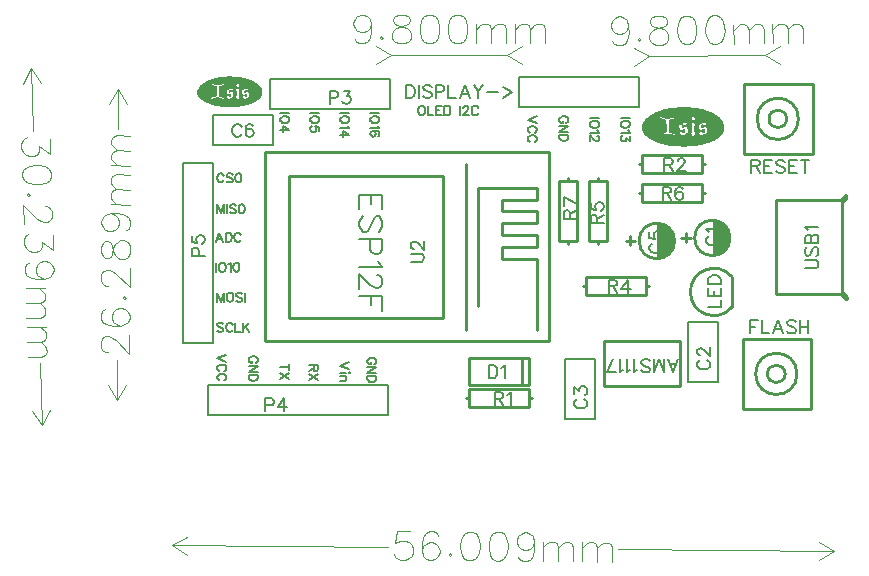
<source format=gto>
G04 Layer: TopSilkscreenLayer*
G04 EasyEDA v6.5.48, 2025-03-08 11:51:36*
G04 8fe2fb576d564ac8881881e7cade559e,369c048249c94b259d5cf78f180de413,10*
G04 Gerber Generator version 0.2*
G04 Scale: 100 percent, Rotated: No, Reflected: No *
G04 Dimensions in millimeters *
G04 leading zeros omitted , absolute positions ,4 integer and 5 decimal *
%FSLAX45Y45*%
%MOMM*%

%ADD10C,0.2032*%
%ADD11C,0.1016*%
%ADD12C,0.1524*%
%ADD13C,0.2030*%
%ADD14C,0.2540*%
%ADD15C,0.2286*%
%ADD16C,0.2007*%
%ADD17C,0.0123*%

%LPD*%
G36*
X1691538Y-2214270D02*
G01*
X1676907Y-2214524D01*
X1662277Y-2215134D01*
X1647545Y-2216150D01*
X1632356Y-2217623D01*
X1616913Y-2219502D01*
X1601978Y-2221788D01*
X1587550Y-2224430D01*
X1573631Y-2227427D01*
X1560220Y-2230729D01*
X1547317Y-2234336D01*
X1534972Y-2238248D01*
X1523136Y-2242464D01*
X1511909Y-2246934D01*
X1501241Y-2251659D01*
X1491132Y-2256637D01*
X1481683Y-2261819D01*
X1472793Y-2267204D01*
X1464513Y-2272842D01*
X1456893Y-2278634D01*
X1449882Y-2284577D01*
X1443532Y-2290673D01*
X1437843Y-2296922D01*
X1432864Y-2303272D01*
X1428546Y-2309723D01*
X1424940Y-2316327D01*
X1422044Y-2322982D01*
X1420825Y-2326284D01*
X1419047Y-2333040D01*
X1417929Y-2339848D01*
X1417624Y-2346655D01*
X1418031Y-2353462D01*
X1419250Y-2360320D01*
X1421231Y-2367127D01*
X1424025Y-2373884D01*
X1427632Y-2380640D01*
X1432052Y-2387295D01*
X1437284Y-2393950D01*
X1441067Y-2398064D01*
X1535684Y-2398064D01*
X1537055Y-2396439D01*
X1540611Y-2394356D01*
X1545894Y-2392019D01*
X1552194Y-2389581D01*
X1558950Y-2387346D01*
X1565554Y-2385466D01*
X1571396Y-2384196D01*
X1575866Y-2383688D01*
X1581912Y-2383688D01*
X1581912Y-2298446D01*
X1571447Y-2295804D01*
X1563776Y-2293518D01*
X1556613Y-2290724D01*
X1550111Y-2287625D01*
X1544574Y-2284374D01*
X1540256Y-2281072D01*
X1537411Y-2277973D01*
X1536293Y-2275230D01*
X1537157Y-2272944D01*
X1538681Y-2271826D01*
X1540713Y-2271979D01*
X1544370Y-2273808D01*
X1550873Y-2277719D01*
X1557121Y-2281174D01*
X1563573Y-2284018D01*
X1570177Y-2286203D01*
X1576933Y-2287727D01*
X1583690Y-2288641D01*
X1590548Y-2288895D01*
X1597355Y-2288540D01*
X1604162Y-2287524D01*
X1610868Y-2285847D01*
X1617472Y-2283561D01*
X1623872Y-2280666D01*
X1636115Y-2273858D01*
X1640281Y-2272741D01*
X1642719Y-2273858D01*
X1643481Y-2277110D01*
X1642618Y-2278735D01*
X1640128Y-2280869D01*
X1636369Y-2283409D01*
X1627344Y-2288286D01*
X1747266Y-2288286D01*
X1748536Y-2283815D01*
X1752600Y-2278278D01*
X1757019Y-2273503D01*
X1760270Y-2271979D01*
X1763471Y-2273858D01*
X1767839Y-2279091D01*
X1771446Y-2284933D01*
X1772310Y-2289911D01*
X1770278Y-2294839D01*
X1765401Y-2300325D01*
X1759712Y-2305608D01*
X1753311Y-2298395D01*
X1748840Y-2292756D01*
X1747266Y-2288286D01*
X1627344Y-2288286D01*
X1620367Y-2291537D01*
X1614474Y-2293874D01*
X1608836Y-2295804D01*
X1599488Y-2298598D01*
X1599488Y-2331720D01*
X1665478Y-2331720D01*
X1692046Y-2316581D01*
X1698802Y-2313990D01*
X1704136Y-2314092D01*
X1710689Y-2316480D01*
X1714906Y-2319020D01*
X1716989Y-2321915D01*
X1717192Y-2324862D01*
X1715719Y-2327605D01*
X1712874Y-2329840D01*
X1708861Y-2331313D01*
X1703882Y-2331770D01*
X1747164Y-2331770D01*
X1747215Y-2328316D01*
X1749094Y-2324100D01*
X1752803Y-2319477D01*
X1757019Y-2315260D01*
X1759813Y-2313787D01*
X1762709Y-2315108D01*
X1767128Y-2319223D01*
X1770989Y-2323693D01*
X1772920Y-2327757D01*
X1772920Y-2331364D01*
X1770938Y-2334564D01*
X1770125Y-2337155D01*
X1769618Y-2342388D01*
X1769416Y-2349500D01*
X1795780Y-2349500D01*
X1797405Y-2337206D01*
X1797507Y-2335123D01*
X1798472Y-2332837D01*
X1801317Y-2329891D01*
X1805939Y-2326335D01*
X1812340Y-2322220D01*
X1822094Y-2316683D01*
X1828647Y-2314143D01*
X1834337Y-2314194D01*
X1841500Y-2316429D01*
X1846884Y-2319121D01*
X1848866Y-2322118D01*
X1847342Y-2325420D01*
X1842363Y-2329129D01*
X1838655Y-2331059D01*
X1835556Y-2331872D01*
X1832406Y-2331720D01*
X1821942Y-2329027D01*
X1817776Y-2330094D01*
X1815693Y-2334209D01*
X1815084Y-2341829D01*
X1815439Y-2349144D01*
X1817319Y-2352192D01*
X1821942Y-2351278D01*
X1830578Y-2346858D01*
X1841652Y-2340813D01*
X1848154Y-2348484D01*
X1851660Y-2353056D01*
X1853539Y-2357221D01*
X1854250Y-2362454D01*
X1854149Y-2370226D01*
X1853590Y-2384298D01*
X1820011Y-2403805D01*
X1808784Y-2396845D01*
X1801520Y-2391816D01*
X1798167Y-2387752D01*
X1798523Y-2384196D01*
X1802384Y-2380538D01*
X1806752Y-2377998D01*
X1810715Y-2377440D01*
X1815388Y-2378964D01*
X1821891Y-2382723D01*
X1829257Y-2386380D01*
X1833880Y-2385872D01*
X1836369Y-2380945D01*
X1837080Y-2371242D01*
X1836420Y-2362504D01*
X1833829Y-2358440D01*
X1828698Y-2358694D01*
X1820214Y-2362911D01*
X1809953Y-2368905D01*
X1802384Y-2360676D01*
X1798624Y-2356256D01*
X1796542Y-2352751D01*
X1795780Y-2349500D01*
X1769414Y-2349550D01*
X1769719Y-2366213D01*
X1770227Y-2374087D01*
X1770989Y-2380538D01*
X1772259Y-2387244D01*
X1771599Y-2389936D01*
X1769821Y-2393086D01*
X1766824Y-2396896D01*
X1760169Y-2404618D01*
X1753514Y-2397404D01*
X1749399Y-2392324D01*
X1747316Y-2388158D01*
X1747215Y-2384907D01*
X1749094Y-2382621D01*
X1749958Y-2380284D01*
X1750669Y-2375052D01*
X1751126Y-2367483D01*
X1751279Y-2358390D01*
X1751126Y-2349296D01*
X1750669Y-2341778D01*
X1749958Y-2336495D01*
X1749094Y-2334209D01*
X1747164Y-2331770D01*
X1703882Y-2331770D01*
X1690928Y-2329383D01*
X1686255Y-2330399D01*
X1683816Y-2334107D01*
X1683105Y-2340813D01*
X1683715Y-2348179D01*
X1686052Y-2351532D01*
X1690827Y-2351176D01*
X1698853Y-2347417D01*
X1709877Y-2341422D01*
X1716278Y-2347569D01*
X1719783Y-2351328D01*
X1721713Y-2355189D01*
X1722475Y-2360625D01*
X1722628Y-2369261D01*
X1722526Y-2384806D01*
X1689811Y-2403805D01*
X1677619Y-2396540D01*
X1669491Y-2391105D01*
X1666138Y-2386990D01*
X1667357Y-2383536D01*
X1672996Y-2380030D01*
X1677416Y-2378151D01*
X1680819Y-2377694D01*
X1684528Y-2378964D01*
X1690065Y-2381961D01*
X1697939Y-2385872D01*
X1702511Y-2385872D01*
X1704593Y-2381402D01*
X1705102Y-2371801D01*
X1705051Y-2365654D01*
X1704695Y-2361184D01*
X1703882Y-2358339D01*
X1702307Y-2357069D01*
X1699717Y-2357272D01*
X1695957Y-2358898D01*
X1683664Y-2366264D01*
X1680768Y-2367178D01*
X1677720Y-2366619D01*
X1674672Y-2364740D01*
X1671828Y-2361742D01*
X1669338Y-2357831D01*
X1667357Y-2353259D01*
X1666036Y-2348230D01*
X1665579Y-2342845D01*
X1665478Y-2331720D01*
X1599488Y-2331720D01*
X1599488Y-2383688D01*
X1604772Y-2383688D01*
X1608124Y-2384145D01*
X1613255Y-2385314D01*
X1619554Y-2387041D01*
X1642922Y-2394661D01*
X1643430Y-2396083D01*
X1643481Y-2399080D01*
X1643125Y-2402128D01*
X1642516Y-2403500D01*
X1610055Y-2393340D01*
X1599692Y-2391206D01*
X1594815Y-2390648D01*
X1589989Y-2390495D01*
X1585214Y-2390648D01*
X1580388Y-2391156D01*
X1575358Y-2392019D01*
X1570075Y-2393238D01*
X1546707Y-2400503D01*
X1539798Y-2401874D01*
X1536496Y-2401062D01*
X1535684Y-2398064D01*
X1441067Y-2398064D01*
X1446733Y-2403652D01*
X1454099Y-2410053D01*
X1462328Y-2416251D01*
X1471422Y-2422398D01*
X1481124Y-2428138D01*
X1490980Y-2433421D01*
X1501292Y-2438400D01*
X1511909Y-2443022D01*
X1522933Y-2447340D01*
X1534210Y-2451354D01*
X1545844Y-2455011D01*
X1557731Y-2458364D01*
X1569872Y-2461412D01*
X1582216Y-2464104D01*
X1594764Y-2466543D01*
X1607464Y-2468626D01*
X1620316Y-2470454D01*
X1633321Y-2471928D01*
X1646377Y-2473147D01*
X1659534Y-2474010D01*
X1672742Y-2474620D01*
X1686001Y-2474925D01*
X1712417Y-2474671D01*
X1732076Y-2473706D01*
X1745081Y-2472690D01*
X1757984Y-2471420D01*
X1770786Y-2469845D01*
X1783384Y-2468016D01*
X1801875Y-2464714D01*
X1813966Y-2462174D01*
X1825802Y-2459380D01*
X1837385Y-2456332D01*
X1848612Y-2452979D01*
X1859534Y-2449372D01*
X1870100Y-2445512D01*
X1880311Y-2441397D01*
X1890115Y-2436977D01*
X1899462Y-2432354D01*
X1908403Y-2427478D01*
X1916836Y-2422296D01*
X1924812Y-2416911D01*
X1932228Y-2411272D01*
X1939086Y-2405380D01*
X1945386Y-2399233D01*
X1951075Y-2392883D01*
X1956155Y-2386279D01*
X1966874Y-2369820D01*
X1966874Y-2320594D01*
X1956054Y-2304034D01*
X1950923Y-2297328D01*
X1945030Y-2290876D01*
X1938477Y-2284628D01*
X1931263Y-2278583D01*
X1923389Y-2272741D01*
X1914956Y-2267102D01*
X1905914Y-2261768D01*
X1896364Y-2256637D01*
X1886254Y-2251760D01*
X1875688Y-2247138D01*
X1864664Y-2242820D01*
X1853184Y-2238756D01*
X1841296Y-2234946D01*
X1829003Y-2231440D01*
X1816404Y-2228291D01*
X1803450Y-2225395D01*
X1790242Y-2222804D01*
X1776730Y-2220569D01*
X1762963Y-2218639D01*
X1748993Y-2217064D01*
X1734870Y-2215845D01*
X1720545Y-2214930D01*
X1706118Y-2214422D01*
G37*
G36*
X5534964Y-2475026D02*
G01*
X5502757Y-2475687D01*
X5486400Y-2476500D01*
X5470652Y-2477617D01*
X5455208Y-2479040D01*
X5440070Y-2480767D01*
X5425287Y-2482799D01*
X5410809Y-2485136D01*
X5396636Y-2487777D01*
X5382869Y-2490673D01*
X5369407Y-2493873D01*
X5356352Y-2497328D01*
X5343702Y-2501036D01*
X5331409Y-2504948D01*
X5319522Y-2509164D01*
X5308041Y-2513533D01*
X5297017Y-2518206D01*
X5286400Y-2523032D01*
X5276240Y-2528062D01*
X5266537Y-2533243D01*
X5257292Y-2538679D01*
X5248554Y-2544216D01*
X5240274Y-2549956D01*
X5232501Y-2555849D01*
X5225186Y-2561894D01*
X5218430Y-2568092D01*
X5212232Y-2574340D01*
X5206542Y-2580792D01*
X5201412Y-2587294D01*
X5196840Y-2593898D01*
X5192826Y-2600655D01*
X5189372Y-2607411D01*
X5186527Y-2614269D01*
X5184292Y-2621229D01*
X5182666Y-2628188D01*
X5181650Y-2635199D01*
X5181295Y-2642260D01*
X5181549Y-2649372D01*
X5182514Y-2656484D01*
X5184089Y-2663596D01*
X5186375Y-2670708D01*
X5189321Y-2677769D01*
X5192928Y-2684881D01*
X5197297Y-2691942D01*
X5202377Y-2698953D01*
X5208168Y-2705912D01*
X5211318Y-2709367D01*
X5335371Y-2709367D01*
X5337149Y-2707487D01*
X5341874Y-2704846D01*
X5348732Y-2701848D01*
X5356961Y-2698699D01*
X5365648Y-2695702D01*
X5373979Y-2693212D01*
X5381142Y-2691536D01*
X5387848Y-2690622D01*
X5389016Y-2689504D01*
X5389880Y-2686964D01*
X5390388Y-2682595D01*
X5390692Y-2675788D01*
X5390743Y-2653131D01*
X5389778Y-2581503D01*
X5367324Y-2574340D01*
X5360365Y-2571546D01*
X5353812Y-2568498D01*
X5347868Y-2565400D01*
X5342788Y-2562352D01*
X5338876Y-2559507D01*
X5336336Y-2556967D01*
X5335422Y-2554935D01*
X5335778Y-2552344D01*
X5338013Y-2551988D01*
X5343652Y-2554224D01*
X5360822Y-2562606D01*
X5373268Y-2567635D01*
X5379161Y-2569514D01*
X5384952Y-2570988D01*
X5390591Y-2572054D01*
X5396179Y-2572715D01*
X5401716Y-2572918D01*
X5407253Y-2572715D01*
X5412740Y-2572156D01*
X5418328Y-2571140D01*
X5424017Y-2569667D01*
X5429758Y-2567838D01*
X5435701Y-2565603D01*
X5441797Y-2562910D01*
X5455158Y-2556510D01*
X5460847Y-2554325D01*
X5465013Y-2553462D01*
X5467248Y-2553919D01*
X5467350Y-2555595D01*
X5465419Y-2558034D01*
X5461660Y-2560929D01*
X5456478Y-2564180D01*
X5450179Y-2567584D01*
X5443118Y-2570886D01*
X5438356Y-2572816D01*
X5602579Y-2572816D01*
X5602935Y-2567432D01*
X5606643Y-2560320D01*
X5611977Y-2554122D01*
X5617057Y-2551430D01*
X5618327Y-2552090D01*
X5620562Y-2553817D01*
X5626557Y-2559558D01*
X5631129Y-2565501D01*
X5632145Y-2570835D01*
X5629452Y-2576474D01*
X5622899Y-2583281D01*
X5617972Y-2585872D01*
X5612892Y-2584958D01*
X5607710Y-2580589D01*
X5602579Y-2572816D01*
X5438356Y-2572816D01*
X5427980Y-2576576D01*
X5412079Y-2581503D01*
X5411464Y-2625090D01*
X5499912Y-2625090D01*
X5520131Y-2613456D01*
X5528310Y-2609037D01*
X5535625Y-2605684D01*
X5541314Y-2603703D01*
X5544566Y-2603398D01*
X5556504Y-2607818D01*
X5561584Y-2610358D01*
X5563057Y-2613101D01*
X5560872Y-2616454D01*
X5555030Y-2620568D01*
X5550814Y-2622804D01*
X5547156Y-2623667D01*
X5543143Y-2623312D01*
X5538012Y-2621737D01*
X5528868Y-2619349D01*
X5523179Y-2620670D01*
X5520232Y-2626258D01*
X5519420Y-2636621D01*
X5519572Y-2642819D01*
X5520080Y-2647492D01*
X5521096Y-2650744D01*
X5522671Y-2652623D01*
X5525008Y-2653182D01*
X5528157Y-2652522D01*
X5532272Y-2650744D01*
X5542483Y-2645257D01*
X5547106Y-2643479D01*
X5551322Y-2642565D01*
X5555081Y-2642514D01*
X5558434Y-2643327D01*
X5561330Y-2645054D01*
X5563819Y-2647594D01*
X5565851Y-2650998D01*
X5567426Y-2655265D01*
X5568594Y-2660396D01*
X5569305Y-2666390D01*
X5569559Y-2673197D01*
X5569661Y-2690418D01*
X5562250Y-2694686D01*
X5601563Y-2694686D01*
X5603748Y-2688590D01*
X5604510Y-2684119D01*
X5605119Y-2678379D01*
X5605780Y-2664358D01*
X5605780Y-2649270D01*
X5605068Y-2635808D01*
X5604510Y-2630576D01*
X5603748Y-2626766D01*
X5601766Y-2622804D01*
X5602173Y-2620111D01*
X5604103Y-2616504D01*
X5607659Y-2611678D01*
X5613349Y-2604770D01*
X5617057Y-2602484D01*
X5620715Y-2604719D01*
X5626252Y-2611424D01*
X5630468Y-2616962D01*
X5632246Y-2620670D01*
X5631942Y-2623769D01*
X5629757Y-2627376D01*
X5628335Y-2630271D01*
X5627217Y-2634335D01*
X5626297Y-2639466D01*
X5664555Y-2639466D01*
X5664657Y-2625344D01*
X5705551Y-2601823D01*
X5709310Y-2603042D01*
X5717489Y-2606192D01*
X5723077Y-2609291D01*
X5725871Y-2612796D01*
X5726125Y-2616250D01*
X5724245Y-2619349D01*
X5720588Y-2621788D01*
X5715457Y-2623210D01*
X5709158Y-2623261D01*
X5693714Y-2619654D01*
X5688076Y-2621280D01*
X5684977Y-2626664D01*
X5684012Y-2636164D01*
X5684215Y-2642412D01*
X5684723Y-2647086D01*
X5685739Y-2650388D01*
X5687364Y-2652318D01*
X5689701Y-2652979D01*
X5692851Y-2652471D01*
X5697016Y-2650794D01*
X5707481Y-2645410D01*
X5712256Y-2643581D01*
X5716524Y-2642616D01*
X5720334Y-2642514D01*
X5723636Y-2643276D01*
X5726480Y-2644952D01*
X5728868Y-2647492D01*
X5730798Y-2650896D01*
X5732322Y-2655265D01*
X5733338Y-2660497D01*
X5733999Y-2666695D01*
X5734202Y-2673756D01*
X5734202Y-2690672D01*
X5694273Y-2713939D01*
X5679389Y-2705912D01*
X5669534Y-2700070D01*
X5665368Y-2695752D01*
X5666486Y-2691942D01*
X5672480Y-2687726D01*
X5677204Y-2685338D01*
X5681167Y-2684830D01*
X5685891Y-2686405D01*
X5699302Y-2693365D01*
X5704179Y-2695244D01*
X5707938Y-2695854D01*
X5710682Y-2694990D01*
X5712612Y-2692654D01*
X5713831Y-2688742D01*
X5714492Y-2683154D01*
X5714542Y-2668422D01*
X5714034Y-2662885D01*
X5713018Y-2659024D01*
X5711291Y-2656789D01*
X5708751Y-2656027D01*
X5705246Y-2656636D01*
X5700623Y-2658516D01*
X5680710Y-2669184D01*
X5672582Y-2661412D01*
X5668416Y-2656840D01*
X5665927Y-2652471D01*
X5664809Y-2647035D01*
X5664555Y-2639466D01*
X5626297Y-2639466D01*
X5625693Y-2645257D01*
X5625185Y-2658160D01*
X5625693Y-2671114D01*
X5626354Y-2677007D01*
X5627217Y-2682138D01*
X5628386Y-2686354D01*
X5629757Y-2689352D01*
X5631992Y-2693263D01*
X5632297Y-2696413D01*
X5630316Y-2699969D01*
X5617362Y-2714599D01*
X5608523Y-2705912D01*
X5604154Y-2701188D01*
X5601919Y-2697734D01*
X5601563Y-2694686D01*
X5562250Y-2694686D01*
X5536387Y-2709468D01*
X5531967Y-2711450D01*
X5528360Y-2712364D01*
X5525160Y-2712161D01*
X5521807Y-2710891D01*
X5512562Y-2705557D01*
X5504129Y-2699918D01*
X5500624Y-2695600D01*
X5501843Y-2691790D01*
X5507482Y-2687574D01*
X5512003Y-2685186D01*
X5515660Y-2684627D01*
X5520131Y-2686151D01*
X5533186Y-2693314D01*
X5538266Y-2695346D01*
X5542280Y-2695905D01*
X5545378Y-2695041D01*
X5547614Y-2692603D01*
X5549087Y-2688590D01*
X5549849Y-2682951D01*
X5550103Y-2675534D01*
X5550001Y-2668168D01*
X5549442Y-2662631D01*
X5548325Y-2658821D01*
X5546547Y-2656586D01*
X5543854Y-2655925D01*
X5540095Y-2656636D01*
X5535117Y-2658668D01*
X5513832Y-2669997D01*
X5506974Y-2661615D01*
X5503722Y-2656941D01*
X5501589Y-2652014D01*
X5500420Y-2646324D01*
X5500014Y-2639161D01*
X5499912Y-2625090D01*
X5411464Y-2625090D01*
X5410606Y-2689504D01*
X5438698Y-2696616D01*
X5446826Y-2699054D01*
X5453786Y-2701391D01*
X5459425Y-2703626D01*
X5463641Y-2705709D01*
X5466435Y-2707640D01*
X5467654Y-2709316D01*
X5467197Y-2710789D01*
X5464911Y-2711551D01*
X5460644Y-2711246D01*
X5454548Y-2709773D01*
X5441746Y-2705608D01*
X5436514Y-2704236D01*
X5431028Y-2703068D01*
X5419394Y-2701391D01*
X5407202Y-2700528D01*
X5394858Y-2700528D01*
X5382818Y-2701340D01*
X5371388Y-2702966D01*
X5361025Y-2705455D01*
X5344871Y-2711145D01*
X5338572Y-2712821D01*
X5335930Y-2712161D01*
X5335371Y-2709367D01*
X5211318Y-2709367D01*
X5218023Y-2716123D01*
X5225034Y-2722422D01*
X5232501Y-2728569D01*
X5240375Y-2734411D01*
X5248605Y-2740101D01*
X5257241Y-2745486D01*
X5266232Y-2750667D01*
X5275529Y-2755646D01*
X5285232Y-2760370D01*
X5295188Y-2764891D01*
X5305450Y-2769158D01*
X5321401Y-2775153D01*
X5332374Y-2778861D01*
X5343550Y-2782316D01*
X5360822Y-2787142D01*
X5384495Y-2792730D01*
X5396636Y-2795219D01*
X5421325Y-2799486D01*
X5446522Y-2802890D01*
X5465724Y-2804820D01*
X5485079Y-2806293D01*
X5504586Y-2807258D01*
X5530646Y-2807766D01*
X5550204Y-2807563D01*
X5569661Y-2806903D01*
X5589066Y-2805734D01*
X5614670Y-2803398D01*
X5627319Y-2801924D01*
X5646115Y-2799283D01*
X5664555Y-2796184D01*
X5682640Y-2792577D01*
X5706059Y-2787091D01*
X5717489Y-2783992D01*
X5728665Y-2780690D01*
X5739587Y-2777185D01*
X5750255Y-2773476D01*
X5760618Y-2769565D01*
X5770727Y-2765399D01*
X5780532Y-2761081D01*
X5789980Y-2756509D01*
X5799074Y-2751734D01*
X5807862Y-2746806D01*
X5816244Y-2741625D01*
X5824270Y-2736240D01*
X5831840Y-2730652D01*
X5839053Y-2724861D01*
X5845810Y-2718866D01*
X5852109Y-2712669D01*
X5857951Y-2706217D01*
X5863336Y-2699613D01*
X5868162Y-2692806D01*
X5879185Y-2676296D01*
X5879134Y-2639060D01*
X5878474Y-2631236D01*
X5877204Y-2623566D01*
X5875324Y-2615996D01*
X5872784Y-2608580D01*
X5869686Y-2601315D01*
X5866028Y-2594203D01*
X5861761Y-2587244D01*
X5856935Y-2580436D01*
X5851601Y-2573782D01*
X5845657Y-2567330D01*
X5839256Y-2561031D01*
X5832297Y-2554884D01*
X5824880Y-2548991D01*
X5816955Y-2543251D01*
X5808522Y-2537663D01*
X5799632Y-2532329D01*
X5790336Y-2527198D01*
X5780532Y-2522270D01*
X5770372Y-2517546D01*
X5759754Y-2513025D01*
X5748731Y-2508758D01*
X5737301Y-2504694D01*
X5725515Y-2500884D01*
X5713323Y-2497328D01*
X5700826Y-2494026D01*
X5687974Y-2490927D01*
X5674766Y-2488133D01*
X5661253Y-2485542D01*
X5647385Y-2483256D01*
X5633262Y-2481224D01*
X5618835Y-2479497D01*
X5604154Y-2478024D01*
X5589168Y-2476855D01*
X5573979Y-2475941D01*
X5558536Y-2475382D01*
G37*
D10*
X5080248Y-2565402D02*
G01*
X5003794Y-2565402D01*
X5080248Y-2611122D02*
G01*
X5076438Y-2604010D01*
X5069326Y-2596644D01*
X5061960Y-2593088D01*
X5051038Y-2589278D01*
X5033004Y-2589278D01*
X5022082Y-2593088D01*
X5014716Y-2596644D01*
X5007350Y-2604010D01*
X5003794Y-2611122D01*
X5003794Y-2625854D01*
X5007350Y-2632966D01*
X5014716Y-2640332D01*
X5022082Y-2643888D01*
X5033004Y-2647698D01*
X5051038Y-2647698D01*
X5061960Y-2643888D01*
X5069326Y-2640332D01*
X5076438Y-2632966D01*
X5080248Y-2625854D01*
X5080248Y-2611122D01*
X5065770Y-2671574D02*
G01*
X5069326Y-2678940D01*
X5080248Y-2689862D01*
X5003794Y-2689862D01*
X5080248Y-2721104D02*
G01*
X5080248Y-2760982D01*
X5051038Y-2739138D01*
X5051038Y-2750060D01*
X5047482Y-2757426D01*
X5043926Y-2760982D01*
X5033004Y-2764792D01*
X5025638Y-2764792D01*
X5014716Y-2760982D01*
X5007350Y-2753870D01*
X5003794Y-2742948D01*
X5003794Y-2732026D01*
X5007350Y-2721104D01*
X5011160Y-2717294D01*
X5018272Y-2713738D01*
X2705354Y-2527302D02*
G01*
X2628900Y-2527302D01*
X2705354Y-2573022D02*
G01*
X2701543Y-2565910D01*
X2694431Y-2558544D01*
X2687065Y-2554988D01*
X2676143Y-2551432D01*
X2658109Y-2551432D01*
X2647188Y-2554988D01*
X2639822Y-2558544D01*
X2632456Y-2565910D01*
X2628900Y-2573022D01*
X2628900Y-2587754D01*
X2632456Y-2594866D01*
X2639822Y-2602232D01*
X2647188Y-2605788D01*
X2658109Y-2609598D01*
X2676143Y-2609598D01*
X2687065Y-2605788D01*
X2694431Y-2602232D01*
X2701543Y-2594866D01*
X2705354Y-2587754D01*
X2705354Y-2573022D01*
X2690875Y-2633474D02*
G01*
X2694431Y-2640840D01*
X2705354Y-2651762D01*
X2628900Y-2651762D01*
X2705354Y-2711960D02*
G01*
X2654300Y-2675638D01*
X2654300Y-2730248D01*
X2705354Y-2711960D02*
G01*
X2628900Y-2711960D01*
X2959359Y-2527297D02*
G01*
X2882905Y-2527297D01*
X2959359Y-2573017D02*
G01*
X2955549Y-2565905D01*
X2948437Y-2558539D01*
X2941071Y-2554983D01*
X2930149Y-2551173D01*
X2912115Y-2551173D01*
X2901193Y-2554983D01*
X2893827Y-2558539D01*
X2886461Y-2565905D01*
X2882905Y-2573017D01*
X2882905Y-2587749D01*
X2886461Y-2594861D01*
X2893827Y-2602227D01*
X2901193Y-2605783D01*
X2912115Y-2609593D01*
X2930149Y-2609593D01*
X2941071Y-2605783D01*
X2948437Y-2602227D01*
X2955549Y-2594861D01*
X2959359Y-2587749D01*
X2959359Y-2573017D01*
X2944881Y-2633469D02*
G01*
X2948437Y-2640835D01*
X2959359Y-2651757D01*
X2882905Y-2651757D01*
X2948437Y-2719321D02*
G01*
X2955549Y-2715765D01*
X2959359Y-2704843D01*
X2959359Y-2697477D01*
X2955549Y-2686555D01*
X2944881Y-2679189D01*
X2926593Y-2675633D01*
X2908305Y-2675633D01*
X2893827Y-2679189D01*
X2886461Y-2686555D01*
X2882905Y-2697477D01*
X2882905Y-2701033D01*
X2886461Y-2711955D01*
X2893827Y-2719321D01*
X2904749Y-2722877D01*
X2908305Y-2722877D01*
X2919227Y-2719321D01*
X2926593Y-2711955D01*
X2930149Y-2701033D01*
X2930149Y-2697477D01*
X2926593Y-2686555D01*
X2919227Y-2679189D01*
X2908305Y-2675633D01*
D11*
X1206500Y-6184900D02*
G01*
X3031299Y-6201450D01*
X4982400Y-6219149D02*
G01*
X6807200Y-6235700D01*
X1332804Y-6262248D02*
G01*
X1206500Y-6184900D01*
X1334185Y-6109855D01*
X6679514Y-6310744D02*
G01*
X6807200Y-6235700D01*
X6680895Y-6158351D01*
X3221967Y-6064704D02*
G01*
X3106402Y-6063655D01*
X3094029Y-6167432D01*
X3105566Y-6155852D01*
X3140466Y-6144740D01*
X3175010Y-6145052D01*
X3209447Y-6156794D01*
X3232350Y-6180119D01*
X3243719Y-6215021D01*
X3243508Y-6238133D01*
X3231512Y-6272570D01*
X3208190Y-6295473D01*
X3173544Y-6306591D01*
X3139000Y-6306276D01*
X3104309Y-6294531D01*
X3092985Y-6282745D01*
X3081510Y-6259525D01*
X3459388Y-6101402D02*
G01*
X3448169Y-6078186D01*
X3413475Y-6066442D01*
X3390364Y-6066231D01*
X3355715Y-6077346D01*
X3332289Y-6111933D01*
X3320336Y-6169487D01*
X3319813Y-6227142D01*
X3330823Y-6273472D01*
X3353727Y-6296794D01*
X3388164Y-6308537D01*
X3399848Y-6308643D01*
X3434494Y-6297526D01*
X3457818Y-6274622D01*
X3469815Y-6240185D01*
X3469921Y-6228504D01*
X3458550Y-6193856D01*
X3435647Y-6170531D01*
X3401209Y-6158534D01*
X3389525Y-6158428D01*
X3354877Y-6169799D01*
X3331555Y-6192702D01*
X3319813Y-6227142D01*
X3557338Y-6252410D02*
G01*
X3545804Y-6263736D01*
X3557127Y-6275524D01*
X3568664Y-6263944D01*
X3557338Y-6252410D01*
X3715976Y-6069185D02*
G01*
X3681331Y-6080300D01*
X3657902Y-6114887D01*
X3645697Y-6172436D01*
X3645382Y-6206980D01*
X3656543Y-6264742D01*
X3679339Y-6299748D01*
X3713779Y-6311491D01*
X3736893Y-6311699D01*
X3771539Y-6300584D01*
X3794968Y-6265997D01*
X3807175Y-6208448D01*
X3807487Y-6173904D01*
X3796327Y-6116142D01*
X3773530Y-6081135D01*
X3739090Y-6069393D01*
X3715976Y-6069185D01*
X3953967Y-6071344D02*
G01*
X3919065Y-6082456D01*
X3895636Y-6117043D01*
X3883685Y-6174595D01*
X3883370Y-6209139D01*
X3894277Y-6266898D01*
X3917076Y-6301905D01*
X3951767Y-6313650D01*
X3974627Y-6313855D01*
X4009527Y-6302743D01*
X4032956Y-6268156D01*
X4044909Y-6210604D01*
X4045221Y-6176060D01*
X4034315Y-6118301D01*
X4011518Y-6083294D01*
X3976824Y-6071549D01*
X3953967Y-6071344D01*
X4271736Y-6155001D02*
G01*
X4259994Y-6189438D01*
X4236671Y-6212342D01*
X4201767Y-6223711D01*
X4190339Y-6223607D01*
X4155902Y-6211610D01*
X4132999Y-6188288D01*
X4121627Y-6153640D01*
X4121734Y-6141956D01*
X4133730Y-6107518D01*
X4157052Y-6084615D01*
X4191701Y-6073500D01*
X4203131Y-6073602D01*
X4237822Y-6085347D01*
X4260725Y-6108672D01*
X4271736Y-6155001D01*
X4271213Y-6212657D01*
X4259259Y-6270208D01*
X4235831Y-6304795D01*
X4200931Y-6315908D01*
X4177819Y-6315699D01*
X4143380Y-6303957D01*
X4132160Y-6280739D01*
X4347933Y-6155692D02*
G01*
X4346468Y-6317228D01*
X4347514Y-6201918D02*
G01*
X4382371Y-6167434D01*
X4405589Y-6156215D01*
X4440384Y-6156530D01*
X4463394Y-6168169D01*
X4474509Y-6203068D01*
X4473463Y-6318382D01*
X4474509Y-6203068D02*
G01*
X4509366Y-6168585D01*
X4532584Y-6157366D01*
X4567379Y-6157681D01*
X4590389Y-6169322D01*
X4601504Y-6204221D01*
X4600458Y-6319532D01*
X4678118Y-6158687D02*
G01*
X4676655Y-6320223D01*
X4677699Y-6204912D02*
G01*
X4712558Y-6170429D01*
X4735774Y-6159210D01*
X4770572Y-6159525D01*
X4793581Y-6171163D01*
X4804694Y-6206065D01*
X4803647Y-6321376D01*
X4804694Y-6206065D02*
G01*
X4839553Y-6171580D01*
X4862769Y-6160361D01*
X4897567Y-6160676D01*
X4920576Y-6172316D01*
X4931689Y-6207216D01*
X4930642Y-6322527D01*
D10*
X4818888Y-2565402D02*
G01*
X4742434Y-2565402D01*
X4818888Y-2611122D02*
G01*
X4815077Y-2604010D01*
X4807965Y-2596644D01*
X4800600Y-2593088D01*
X4789677Y-2589278D01*
X4771643Y-2589278D01*
X4760722Y-2593088D01*
X4753356Y-2596644D01*
X4745990Y-2604010D01*
X4742434Y-2611122D01*
X4742434Y-2625854D01*
X4745990Y-2632966D01*
X4753356Y-2640332D01*
X4760722Y-2643888D01*
X4771643Y-2647698D01*
X4789677Y-2647698D01*
X4800600Y-2643888D01*
X4807965Y-2640332D01*
X4815077Y-2632966D01*
X4818888Y-2625854D01*
X4818888Y-2611122D01*
X4804409Y-2671574D02*
G01*
X4807965Y-2678940D01*
X4818888Y-2689862D01*
X4742434Y-2689862D01*
X4800600Y-2717294D02*
G01*
X4804409Y-2717294D01*
X4811522Y-2721104D01*
X4815077Y-2724660D01*
X4818888Y-2732026D01*
X4818888Y-2746504D01*
X4815077Y-2753870D01*
X4811522Y-2757426D01*
X4804409Y-2760982D01*
X4797043Y-2760982D01*
X4789677Y-2757426D01*
X4778756Y-2750060D01*
X4742434Y-2713738D01*
X4742434Y-2764792D01*
X2451354Y-2527302D02*
G01*
X2374900Y-2527302D01*
X2451354Y-2573022D02*
G01*
X2447543Y-2565910D01*
X2440431Y-2558544D01*
X2433065Y-2554988D01*
X2422144Y-2551178D01*
X2404110Y-2551178D01*
X2393187Y-2554988D01*
X2385821Y-2558544D01*
X2378455Y-2565910D01*
X2374900Y-2573022D01*
X2374900Y-2587754D01*
X2378455Y-2594866D01*
X2385821Y-2602232D01*
X2393187Y-2605788D01*
X2404110Y-2609598D01*
X2422144Y-2609598D01*
X2433065Y-2605788D01*
X2440431Y-2602232D01*
X2447543Y-2594866D01*
X2451354Y-2587754D01*
X2451354Y-2573022D01*
X2451354Y-2677162D02*
G01*
X2451354Y-2640840D01*
X2418587Y-2637030D01*
X2422144Y-2640840D01*
X2425954Y-2651762D01*
X2425954Y-2662684D01*
X2422144Y-2673606D01*
X2415031Y-2680718D01*
X2404110Y-2684274D01*
X2396744Y-2684274D01*
X2385821Y-2680718D01*
X2378455Y-2673606D01*
X2374900Y-2662684D01*
X2374900Y-2651762D01*
X2378455Y-2640840D01*
X2382265Y-2637030D01*
X2389378Y-2633474D01*
X2197354Y-2527302D02*
G01*
X2120900Y-2527302D01*
X2197354Y-2573022D02*
G01*
X2193544Y-2565910D01*
X2186431Y-2558544D01*
X2179065Y-2554988D01*
X2168144Y-2551178D01*
X2150110Y-2551178D01*
X2139187Y-2554988D01*
X2131821Y-2558544D01*
X2124455Y-2565910D01*
X2120900Y-2573022D01*
X2120900Y-2587754D01*
X2124455Y-2594866D01*
X2131821Y-2602232D01*
X2139187Y-2605788D01*
X2150110Y-2609598D01*
X2168144Y-2609598D01*
X2179065Y-2605788D01*
X2186431Y-2602232D01*
X2193544Y-2594866D01*
X2197354Y-2587754D01*
X2197354Y-2573022D01*
X2197354Y-2669796D02*
G01*
X2146300Y-2633474D01*
X2146300Y-2688084D01*
X2197354Y-2669796D02*
G01*
X2120900Y-2669796D01*
X2915668Y-4652010D02*
G01*
X2923034Y-4648200D01*
X2930146Y-4641087D01*
X2933956Y-4633721D01*
X2933956Y-4619244D01*
X2930146Y-4611878D01*
X2923034Y-4604765D01*
X2915668Y-4600955D01*
X2904746Y-4597400D01*
X2886712Y-4597400D01*
X2875790Y-4600955D01*
X2868424Y-4604765D01*
X2861058Y-4611878D01*
X2857502Y-4619244D01*
X2857502Y-4633721D01*
X2861058Y-4641087D01*
X2868424Y-4648200D01*
X2875790Y-4652010D01*
X2886712Y-4652010D01*
X2886712Y-4633721D02*
G01*
X2886712Y-4652010D01*
X2933956Y-4675886D02*
G01*
X2857502Y-4675886D01*
X2933956Y-4675886D02*
G01*
X2857502Y-4726939D01*
X2933956Y-4726939D02*
G01*
X2857502Y-4726939D01*
X2933956Y-4750815D02*
G01*
X2857502Y-4750815D01*
X2933956Y-4750815D02*
G01*
X2933956Y-4776215D01*
X2930146Y-4787137D01*
X2923034Y-4794504D01*
X2915668Y-4798060D01*
X2904746Y-4801870D01*
X2886712Y-4801870D01*
X2875790Y-4798060D01*
X2868424Y-4794504D01*
X2861058Y-4787137D01*
X2857502Y-4776215D01*
X2857502Y-4750815D01*
X2705359Y-4635500D02*
G01*
X2628905Y-4664710D01*
X2705359Y-4693665D02*
G01*
X2628905Y-4664710D01*
X2705359Y-4717795D02*
G01*
X2701549Y-4721352D01*
X2705359Y-4724907D01*
X2708915Y-4721352D01*
X2705359Y-4717795D01*
X2679959Y-4721352D02*
G01*
X2628905Y-4721352D01*
X2679959Y-4749037D02*
G01*
X2628905Y-4749037D01*
X2665227Y-4749037D02*
G01*
X2676149Y-4759960D01*
X2679959Y-4767071D01*
X2679959Y-4777994D01*
X2676149Y-4785360D01*
X2665227Y-4788915D01*
X2628905Y-4788915D01*
X2438654Y-4660900D02*
G01*
X2362200Y-4660900D01*
X2438654Y-4660900D02*
G01*
X2438654Y-4693665D01*
X2434844Y-4704587D01*
X2431287Y-4708144D01*
X2424176Y-4711700D01*
X2416810Y-4711700D01*
X2409444Y-4708144D01*
X2405887Y-4704587D01*
X2402331Y-4693665D01*
X2402331Y-4660900D01*
X2402331Y-4686300D02*
G01*
X2362200Y-4711700D01*
X2438654Y-4735829D02*
G01*
X2362200Y-4786629D01*
X2438654Y-4786629D02*
G01*
X2362200Y-4735829D01*
X2197354Y-4673600D02*
G01*
X2120900Y-4673600D01*
X2197354Y-4648200D02*
G01*
X2197354Y-4699000D01*
X2197354Y-4723129D02*
G01*
X2120900Y-4773929D01*
X2197354Y-4773929D02*
G01*
X2120900Y-4723129D01*
X1912365Y-4639310D02*
G01*
X1919731Y-4635500D01*
X1926844Y-4628387D01*
X1930654Y-4621021D01*
X1930654Y-4606544D01*
X1926844Y-4599178D01*
X1919731Y-4592065D01*
X1912365Y-4588255D01*
X1901444Y-4584700D01*
X1883410Y-4584700D01*
X1872487Y-4588255D01*
X1865121Y-4592065D01*
X1857755Y-4599178D01*
X1854200Y-4606544D01*
X1854200Y-4621021D01*
X1857755Y-4628387D01*
X1865121Y-4635500D01*
X1872487Y-4639310D01*
X1883410Y-4639310D01*
X1883410Y-4621021D02*
G01*
X1883410Y-4639310D01*
X1930654Y-4663186D02*
G01*
X1854200Y-4663186D01*
X1930654Y-4663186D02*
G01*
X1854200Y-4714239D01*
X1930654Y-4714239D02*
G01*
X1854200Y-4714239D01*
X1930654Y-4738115D02*
G01*
X1854200Y-4738115D01*
X1930654Y-4738115D02*
G01*
X1930654Y-4763515D01*
X1926844Y-4774437D01*
X1919731Y-4781804D01*
X1912365Y-4785360D01*
X1901444Y-4789170D01*
X1883410Y-4789170D01*
X1872487Y-4785360D01*
X1865121Y-4781804D01*
X1857755Y-4774437D01*
X1854200Y-4763515D01*
X1854200Y-4738115D01*
X1663954Y-4572000D02*
G01*
X1587500Y-4601210D01*
X1663954Y-4630165D02*
G01*
X1587500Y-4601210D01*
X1645665Y-4708652D02*
G01*
X1653031Y-4705095D01*
X1660144Y-4697729D01*
X1663954Y-4690618D01*
X1663954Y-4675886D01*
X1660144Y-4668773D01*
X1653031Y-4661407D01*
X1645665Y-4657852D01*
X1634744Y-4654295D01*
X1616710Y-4654295D01*
X1605787Y-4657852D01*
X1598421Y-4661407D01*
X1591055Y-4668773D01*
X1587500Y-4675886D01*
X1587500Y-4690618D01*
X1591055Y-4697729D01*
X1598421Y-4705095D01*
X1605787Y-4708652D01*
X1645665Y-4787392D02*
G01*
X1653031Y-4783581D01*
X1660144Y-4776470D01*
X1663954Y-4769104D01*
X1663954Y-4754626D01*
X1660144Y-4747260D01*
X1653031Y-4739894D01*
X1645665Y-4736337D01*
X1634744Y-4732781D01*
X1616710Y-4732781D01*
X1605787Y-4736337D01*
X1598421Y-4739894D01*
X1591055Y-4747260D01*
X1587500Y-4754626D01*
X1587500Y-4769104D01*
X1591055Y-4776470D01*
X1598421Y-4783581D01*
X1605787Y-4787392D01*
D11*
X749300Y-2324100D02*
G01*
X747661Y-2662971D01*
X738238Y-4614128D02*
G01*
X736600Y-4953000D01*
X672487Y-2450729D02*
G01*
X749300Y-2324100D01*
X824885Y-2451465D01*
X661014Y-4825634D02*
G01*
X736600Y-4953000D01*
X813412Y-4826370D01*
X657801Y-4551370D02*
G01*
X646117Y-4551311D01*
X623059Y-4539772D01*
X611685Y-4528032D01*
X600113Y-4504862D01*
X600336Y-4458634D01*
X612132Y-4435830D01*
X623618Y-4424202D01*
X646785Y-4412884D01*
X669899Y-4412995D01*
X692957Y-4424537D01*
X727389Y-4447819D01*
X842401Y-4563945D01*
X843183Y-4402150D01*
X636450Y-4186516D02*
G01*
X613280Y-4197835D01*
X601428Y-4232577D01*
X601319Y-4255437D01*
X612833Y-4290291D01*
X647265Y-4313572D01*
X705121Y-4325282D01*
X762779Y-4325559D01*
X809063Y-4314352D01*
X832286Y-4291350D01*
X843887Y-4256608D01*
X843940Y-4245178D01*
X832678Y-4210580D01*
X809675Y-4187355D01*
X774933Y-4175503D01*
X763506Y-4175447D01*
X728649Y-4186963D01*
X705680Y-4209966D01*
X693828Y-4244454D01*
X693773Y-4255884D01*
X705289Y-4290738D01*
X728037Y-4313961D01*
X762779Y-4325559D01*
X787041Y-4087929D02*
G01*
X798415Y-4099415D01*
X810155Y-4088041D01*
X798527Y-4076301D01*
X787041Y-4087929D01*
X660524Y-3988003D02*
G01*
X648840Y-3987947D01*
X625782Y-3976151D01*
X614408Y-3964665D01*
X602835Y-3941495D01*
X603059Y-3895270D01*
X614855Y-3872212D01*
X626338Y-3860838D01*
X649508Y-3849265D01*
X672622Y-3849377D01*
X695680Y-3861173D01*
X730112Y-3884452D01*
X845124Y-4000324D01*
X845903Y-3838783D01*
X603984Y-3703754D02*
G01*
X615500Y-3738354D01*
X638558Y-3750149D01*
X661672Y-3750261D01*
X684842Y-3738689D01*
X696384Y-3715631D01*
X708291Y-3669461D01*
X719886Y-3634973D01*
X743112Y-3611971D01*
X766282Y-3600653D01*
X800826Y-3600818D01*
X823884Y-3612360D01*
X835510Y-3624099D01*
X846775Y-3658699D01*
X846551Y-3704927D01*
X834953Y-3739415D01*
X823213Y-3751044D01*
X800044Y-3762362D01*
X765502Y-3762194D01*
X742442Y-3750652D01*
X719439Y-3727427D01*
X708179Y-3692575D01*
X696719Y-3646291D01*
X685398Y-3623376D01*
X662340Y-3611580D01*
X639229Y-3611468D01*
X616056Y-3623040D01*
X604207Y-3657528D01*
X603984Y-3703754D01*
X686605Y-3373950D02*
G01*
X721093Y-3385548D01*
X744095Y-3408773D01*
X755357Y-3443371D01*
X755302Y-3455055D01*
X743704Y-3489543D01*
X720478Y-3512545D01*
X685878Y-3524062D01*
X674194Y-3524006D01*
X639706Y-3512154D01*
X616706Y-3488931D01*
X605188Y-3454331D01*
X605246Y-3442647D01*
X617095Y-3408159D01*
X640321Y-3385157D01*
X686605Y-3373950D01*
X744260Y-3374229D01*
X801862Y-3385936D01*
X836548Y-3409218D01*
X847811Y-3443818D01*
X847699Y-3466932D01*
X836101Y-3501674D01*
X812934Y-3512992D01*
X686970Y-3297750D02*
G01*
X848514Y-3298532D01*
X732944Y-3297974D02*
G01*
X698571Y-3263008D01*
X687252Y-3239841D01*
X687417Y-3205297D01*
X698959Y-3182238D01*
X733559Y-3170974D01*
X849127Y-3171532D01*
X733559Y-3170974D02*
G01*
X699183Y-3136011D01*
X687865Y-3112841D01*
X688032Y-3078297D01*
X699574Y-3055238D01*
X734171Y-3043976D01*
X849741Y-3044535D01*
X688566Y-2967555D02*
G01*
X850110Y-2968335D01*
X734540Y-2967776D02*
G01*
X700166Y-2932813D01*
X688847Y-2909643D01*
X689013Y-2875099D01*
X700554Y-2852041D01*
X735154Y-2840779D01*
X850722Y-2841337D01*
X735154Y-2840779D02*
G01*
X700778Y-2805813D01*
X689460Y-2782646D01*
X689627Y-2748102D01*
X701169Y-2725044D01*
X735766Y-2713781D01*
X851336Y-2714337D01*
D10*
X1642110Y-3053587D02*
G01*
X1638300Y-3046221D01*
X1631187Y-3039110D01*
X1623821Y-3035300D01*
X1609344Y-3035300D01*
X1601978Y-3039110D01*
X1594865Y-3046221D01*
X1591055Y-3053587D01*
X1587500Y-3064510D01*
X1587500Y-3082544D01*
X1591055Y-3093465D01*
X1594865Y-3100831D01*
X1601978Y-3108197D01*
X1609344Y-3111754D01*
X1623821Y-3111754D01*
X1631187Y-3108197D01*
X1638300Y-3100831D01*
X1642110Y-3093465D01*
X1717039Y-3046221D02*
G01*
X1709673Y-3039110D01*
X1698752Y-3035300D01*
X1684273Y-3035300D01*
X1673352Y-3039110D01*
X1665986Y-3046221D01*
X1665986Y-3053587D01*
X1669795Y-3060700D01*
X1673352Y-3064510D01*
X1680718Y-3068065D01*
X1702307Y-3075431D01*
X1709673Y-3078987D01*
X1713229Y-3082544D01*
X1717039Y-3089910D01*
X1717039Y-3100831D01*
X1709673Y-3108197D01*
X1698752Y-3111754D01*
X1684273Y-3111754D01*
X1673352Y-3108197D01*
X1665986Y-3100831D01*
X1762760Y-3035300D02*
G01*
X1751837Y-3039110D01*
X1744471Y-3049778D01*
X1740915Y-3068065D01*
X1740915Y-3078987D01*
X1744471Y-3097276D01*
X1751837Y-3108197D01*
X1762760Y-3111754D01*
X1770126Y-3111754D01*
X1781047Y-3108197D01*
X1788160Y-3097276D01*
X1791970Y-3078987D01*
X1791970Y-3068065D01*
X1788160Y-3049778D01*
X1781047Y-3039110D01*
X1770126Y-3035300D01*
X1762760Y-3035300D01*
X1587500Y-3296412D02*
G01*
X1587500Y-3372865D01*
X1587500Y-3296412D02*
G01*
X1616710Y-3372865D01*
X1645665Y-3296412D02*
G01*
X1616710Y-3372865D01*
X1645665Y-3296412D02*
G01*
X1645665Y-3372865D01*
X1669795Y-3296412D02*
G01*
X1669795Y-3372865D01*
X1744471Y-3307334D02*
G01*
X1737360Y-3300221D01*
X1726437Y-3296412D01*
X1711960Y-3296412D01*
X1701037Y-3300221D01*
X1693671Y-3307334D01*
X1693671Y-3314700D01*
X1697228Y-3321812D01*
X1701037Y-3325621D01*
X1708150Y-3329178D01*
X1729994Y-3336544D01*
X1737360Y-3340100D01*
X1740915Y-3343655D01*
X1744471Y-3351021D01*
X1744471Y-3361944D01*
X1737360Y-3369310D01*
X1726437Y-3372865D01*
X1711960Y-3372865D01*
X1701037Y-3369310D01*
X1693671Y-3361944D01*
X1790445Y-3296412D02*
G01*
X1779523Y-3300221D01*
X1772157Y-3310889D01*
X1768602Y-3329178D01*
X1768602Y-3340100D01*
X1772157Y-3358387D01*
X1779523Y-3369310D01*
X1790445Y-3372865D01*
X1797557Y-3372865D01*
X1808479Y-3369310D01*
X1815845Y-3358387D01*
X1819402Y-3340100D01*
X1819402Y-3329178D01*
X1815845Y-3310889D01*
X1808479Y-3300221D01*
X1797557Y-3296412D01*
X1790445Y-3296412D01*
X1604010Y-3537712D02*
G01*
X1574800Y-3614165D01*
X1604010Y-3537712D02*
G01*
X1632965Y-3614165D01*
X1585721Y-3588765D02*
G01*
X1622044Y-3588765D01*
X1657095Y-3537712D02*
G01*
X1657095Y-3614165D01*
X1657095Y-3537712D02*
G01*
X1682495Y-3537712D01*
X1693418Y-3541521D01*
X1700529Y-3548634D01*
X1704339Y-3556000D01*
X1707895Y-3566921D01*
X1707895Y-3584955D01*
X1704339Y-3595878D01*
X1700529Y-3603244D01*
X1693418Y-3610610D01*
X1682495Y-3614165D01*
X1657095Y-3614165D01*
X1786381Y-3556000D02*
G01*
X1782826Y-3548634D01*
X1775460Y-3541521D01*
X1768347Y-3537712D01*
X1753615Y-3537712D01*
X1746504Y-3541521D01*
X1739137Y-3548634D01*
X1735581Y-3556000D01*
X1731771Y-3566921D01*
X1731771Y-3584955D01*
X1735581Y-3595878D01*
X1739137Y-3603244D01*
X1746504Y-3610610D01*
X1753615Y-3614165D01*
X1768347Y-3614165D01*
X1775460Y-3610610D01*
X1782826Y-3603244D01*
X1786381Y-3595878D01*
X1574800Y-3791712D02*
G01*
X1574800Y-3868165D01*
X1620520Y-3791712D02*
G01*
X1613407Y-3795521D01*
X1606042Y-3802634D01*
X1602486Y-3810000D01*
X1598676Y-3820921D01*
X1598676Y-3838955D01*
X1602486Y-3849878D01*
X1606042Y-3857244D01*
X1613407Y-3864610D01*
X1620520Y-3868165D01*
X1635252Y-3868165D01*
X1642363Y-3864610D01*
X1649729Y-3857244D01*
X1653286Y-3849878D01*
X1657095Y-3838955D01*
X1657095Y-3820921D01*
X1653286Y-3810000D01*
X1649729Y-3802634D01*
X1642363Y-3795521D01*
X1635252Y-3791712D01*
X1620520Y-3791712D01*
X1680971Y-3806189D02*
G01*
X1688337Y-3802634D01*
X1699260Y-3791712D01*
X1699260Y-3868165D01*
X1744979Y-3791712D02*
G01*
X1734057Y-3795521D01*
X1726692Y-3806189D01*
X1723136Y-3824478D01*
X1723136Y-3835400D01*
X1726692Y-3853687D01*
X1734057Y-3864610D01*
X1744979Y-3868165D01*
X1752345Y-3868165D01*
X1763268Y-3864610D01*
X1770379Y-3853687D01*
X1774189Y-3835400D01*
X1774189Y-3824478D01*
X1770379Y-3806189D01*
X1763268Y-3795521D01*
X1752345Y-3791712D01*
X1744979Y-3791712D01*
X1587500Y-4045712D02*
G01*
X1587500Y-4122165D01*
X1587500Y-4045712D02*
G01*
X1616710Y-4122165D01*
X1645665Y-4045712D02*
G01*
X1616710Y-4122165D01*
X1645665Y-4045712D02*
G01*
X1645665Y-4122165D01*
X1691386Y-4045712D02*
G01*
X1680463Y-4049521D01*
X1673352Y-4060189D01*
X1669795Y-4078478D01*
X1669795Y-4089400D01*
X1673352Y-4107687D01*
X1680463Y-4118610D01*
X1691386Y-4122165D01*
X1698752Y-4122165D01*
X1709673Y-4118610D01*
X1717039Y-4107687D01*
X1720595Y-4089400D01*
X1720595Y-4078478D01*
X1717039Y-4060189D01*
X1709673Y-4049521D01*
X1698752Y-4045712D01*
X1691386Y-4045712D01*
X1795526Y-4056634D02*
G01*
X1788160Y-4049521D01*
X1777237Y-4045712D01*
X1762760Y-4045712D01*
X1751837Y-4049521D01*
X1744471Y-4056634D01*
X1744471Y-4064000D01*
X1748281Y-4071112D01*
X1751837Y-4074921D01*
X1759204Y-4078478D01*
X1781047Y-4085844D01*
X1788160Y-4089400D01*
X1791970Y-4092955D01*
X1795526Y-4100321D01*
X1795526Y-4111244D01*
X1788160Y-4118610D01*
X1777237Y-4122165D01*
X1762760Y-4122165D01*
X1751837Y-4118610D01*
X1744471Y-4111244D01*
X1819402Y-4045712D02*
G01*
X1819402Y-4122165D01*
X1638300Y-4310634D02*
G01*
X1631187Y-4303521D01*
X1620265Y-4299712D01*
X1605787Y-4299712D01*
X1594865Y-4303521D01*
X1587500Y-4310634D01*
X1587500Y-4318000D01*
X1591055Y-4325112D01*
X1594865Y-4328921D01*
X1601978Y-4332478D01*
X1623821Y-4339844D01*
X1631187Y-4343400D01*
X1634744Y-4346955D01*
X1638300Y-4354321D01*
X1638300Y-4365244D01*
X1631187Y-4372610D01*
X1620265Y-4376165D01*
X1605787Y-4376165D01*
X1594865Y-4372610D01*
X1587500Y-4365244D01*
X1717039Y-4318000D02*
G01*
X1713229Y-4310634D01*
X1706118Y-4303521D01*
X1698752Y-4299712D01*
X1684273Y-4299712D01*
X1676907Y-4303521D01*
X1669795Y-4310634D01*
X1665986Y-4318000D01*
X1662429Y-4328921D01*
X1662429Y-4346955D01*
X1665986Y-4357878D01*
X1669795Y-4365244D01*
X1676907Y-4372610D01*
X1684273Y-4376165D01*
X1698752Y-4376165D01*
X1706118Y-4372610D01*
X1713229Y-4365244D01*
X1717039Y-4357878D01*
X1740915Y-4299712D02*
G01*
X1740915Y-4376165D01*
X1740915Y-4376165D02*
G01*
X1784604Y-4376165D01*
X1808479Y-4299712D02*
G01*
X1808479Y-4376165D01*
X1859534Y-4299712D02*
G01*
X1808479Y-4350765D01*
X1826768Y-4332478D02*
G01*
X1859534Y-4376165D01*
D11*
X3060700Y-2032000D02*
G01*
X4040700Y-2032000D01*
X2933700Y-1955800D02*
G01*
X3060700Y-2032000D01*
X2933700Y-2108200D01*
X4167700Y-1955800D02*
G01*
X4040700Y-2032000D01*
X4167700Y-2108200D01*
X2889250Y-1771142D02*
G01*
X2877565Y-1805686D01*
X2854452Y-1828800D01*
X2819908Y-1840229D01*
X2808224Y-1840229D01*
X2773679Y-1828800D01*
X2750565Y-1805686D01*
X2739136Y-1771142D01*
X2739136Y-1759457D01*
X2750565Y-1724913D01*
X2773679Y-1701800D01*
X2808224Y-1690370D01*
X2819908Y-1690370D01*
X2854452Y-1701800D01*
X2877565Y-1724913D01*
X2889250Y-1771142D01*
X2889250Y-1828800D01*
X2877565Y-1886457D01*
X2854452Y-1921255D01*
X2819908Y-1932686D01*
X2796793Y-1932686D01*
X2762250Y-1921255D01*
X2750565Y-1898142D01*
X2976879Y-1875028D02*
G01*
X2965450Y-1886457D01*
X2976879Y-1898142D01*
X2988309Y-1886457D01*
X2976879Y-1875028D01*
X3122422Y-1690370D02*
G01*
X3087624Y-1701800D01*
X3076193Y-1724913D01*
X3076193Y-1748028D01*
X3087624Y-1771142D01*
X3110738Y-1782571D01*
X3156965Y-1794255D01*
X3191509Y-1805686D01*
X3214624Y-1828800D01*
X3226308Y-1851913D01*
X3226308Y-1886457D01*
X3214624Y-1909571D01*
X3203193Y-1921255D01*
X3168650Y-1932686D01*
X3122422Y-1932686D01*
X3087624Y-1921255D01*
X3076193Y-1909571D01*
X3064509Y-1886457D01*
X3064509Y-1851913D01*
X3076193Y-1828800D01*
X3099308Y-1805686D01*
X3133852Y-1794255D01*
X3180079Y-1782571D01*
X3203193Y-1771142D01*
X3214624Y-1748028D01*
X3214624Y-1724913D01*
X3203193Y-1701800D01*
X3168650Y-1690370D01*
X3122422Y-1690370D01*
X3371850Y-1690370D02*
G01*
X3337052Y-1701800D01*
X3313938Y-1736344D01*
X3302508Y-1794255D01*
X3302508Y-1828800D01*
X3313938Y-1886457D01*
X3337052Y-1921255D01*
X3371850Y-1932686D01*
X3394709Y-1932686D01*
X3429508Y-1921255D01*
X3452622Y-1886457D01*
X3464052Y-1828800D01*
X3464052Y-1794255D01*
X3452622Y-1736344D01*
X3429508Y-1701800D01*
X3394709Y-1690370D01*
X3371850Y-1690370D01*
X3609593Y-1690370D02*
G01*
X3575050Y-1701800D01*
X3551936Y-1736344D01*
X3540252Y-1794255D01*
X3540252Y-1828800D01*
X3551936Y-1886457D01*
X3575050Y-1921255D01*
X3609593Y-1932686D01*
X3632708Y-1932686D01*
X3667252Y-1921255D01*
X3690365Y-1886457D01*
X3702050Y-1828800D01*
X3702050Y-1794255D01*
X3690365Y-1736344D01*
X3667252Y-1701800D01*
X3632708Y-1690370D01*
X3609593Y-1690370D01*
X3778250Y-1771142D02*
G01*
X3778250Y-1932686D01*
X3778250Y-1817370D02*
G01*
X3812793Y-1782571D01*
X3835908Y-1771142D01*
X3870452Y-1771142D01*
X3893565Y-1782571D01*
X3905250Y-1817370D01*
X3905250Y-1932686D01*
X3905250Y-1817370D02*
G01*
X3939793Y-1782571D01*
X3962908Y-1771142D01*
X3997452Y-1771142D01*
X4020565Y-1782571D01*
X4032250Y-1817370D01*
X4032250Y-1932686D01*
X4108450Y-1771142D02*
G01*
X4108450Y-1932686D01*
X4108450Y-1817370D02*
G01*
X4142993Y-1782571D01*
X4166108Y-1771142D01*
X4200652Y-1771142D01*
X4223765Y-1782571D01*
X4235450Y-1817370D01*
X4235450Y-1932686D01*
X4235450Y-1817370D02*
G01*
X4269993Y-1782571D01*
X4293108Y-1771142D01*
X4327652Y-1771142D01*
X4350765Y-1782571D01*
X4362450Y-1817370D01*
X4362450Y-1932686D01*
X6223000Y-2032000D02*
G01*
X5243083Y-2044725D01*
X6350977Y-2106543D02*
G01*
X6223000Y-2032000D01*
X6348999Y-1954156D01*
X5117084Y-2122568D02*
G01*
X5243083Y-2044725D01*
X5115102Y-1970181D01*
X5068211Y-1786079D02*
G01*
X5056977Y-1820773D01*
X5034165Y-1844184D01*
X4999776Y-1856318D01*
X4988349Y-1856465D01*
X4953401Y-1845233D01*
X4929990Y-1822422D01*
X4918110Y-1788030D01*
X4917960Y-1776346D01*
X4928941Y-1741657D01*
X4951752Y-1718243D01*
X4986398Y-1706364D01*
X4997828Y-1706214D01*
X5032517Y-1717197D01*
X5055930Y-1740009D01*
X5068211Y-1786079D01*
X5068961Y-1843732D01*
X5058026Y-1901537D01*
X5035367Y-1936633D01*
X5000975Y-1948510D01*
X4977861Y-1948812D01*
X4943172Y-1937832D01*
X4931189Y-1914870D01*
X5157185Y-1888820D02*
G01*
X5145905Y-1900397D01*
X5157485Y-1911931D01*
X5169016Y-1900097D01*
X5157185Y-1888820D01*
X5300317Y-1702287D02*
G01*
X5265922Y-1714164D01*
X5254541Y-1737428D01*
X5254840Y-1760540D01*
X5266824Y-1783501D01*
X5289831Y-1794634D01*
X5336207Y-1805716D01*
X5371150Y-1816694D01*
X5394561Y-1839506D01*
X5406290Y-1862467D01*
X5406740Y-1897009D01*
X5395610Y-1920270D01*
X5384081Y-1932104D01*
X5349687Y-1943981D01*
X5303464Y-1944583D01*
X5268772Y-1933602D01*
X5256938Y-1922071D01*
X5245209Y-1899107D01*
X5244762Y-1864565D01*
X5255889Y-1841306D01*
X5278701Y-1817893D01*
X5313095Y-1806016D01*
X5359166Y-1793732D01*
X5382130Y-1782003D01*
X5393514Y-1758739D01*
X5393212Y-1735627D01*
X5381231Y-1712668D01*
X5346539Y-1701688D01*
X5300317Y-1702287D01*
X5549724Y-1699049D02*
G01*
X5515076Y-1710928D01*
X5492417Y-1746023D01*
X5481736Y-1803826D01*
X5482186Y-1838368D01*
X5494362Y-1895871D01*
X5517926Y-1930366D01*
X5552869Y-1941344D01*
X5575983Y-1941042D01*
X5610374Y-1929165D01*
X5633034Y-1894070D01*
X5643714Y-1836270D01*
X5643267Y-1801728D01*
X5631088Y-1744223D01*
X5607524Y-1709727D01*
X5572836Y-1698746D01*
X5549724Y-1699049D01*
X5787448Y-1695960D02*
G01*
X5753054Y-1707837D01*
X5730394Y-1742932D01*
X5719460Y-1800738D01*
X5719909Y-1835279D01*
X5732340Y-1892780D01*
X5755904Y-1927275D01*
X5790592Y-1938256D01*
X5813706Y-1937956D01*
X5848098Y-1926079D01*
X5870757Y-1890984D01*
X5881692Y-1833178D01*
X5881245Y-1798637D01*
X5868812Y-1741136D01*
X5845248Y-1706641D01*
X5810559Y-1695660D01*
X5787448Y-1695960D01*
X5957138Y-1774535D02*
G01*
X5959236Y-1936066D01*
X5957737Y-1820760D02*
G01*
X5991826Y-1785515D01*
X6014791Y-1773786D01*
X6049332Y-1773339D01*
X6072593Y-1784466D01*
X6084727Y-1819109D01*
X6086226Y-1934418D01*
X6084727Y-1819109D02*
G01*
X6118816Y-1783867D01*
X6141780Y-1772137D01*
X6176322Y-1771690D01*
X6199581Y-1782818D01*
X6211717Y-1817461D01*
X6213213Y-1932767D01*
X6287310Y-1770247D02*
G01*
X6289408Y-1931779D01*
X6287909Y-1816473D02*
G01*
X6321999Y-1781228D01*
X6344963Y-1769498D01*
X6379504Y-1769051D01*
X6402765Y-1780179D01*
X6414899Y-1814822D01*
X6416398Y-1930128D01*
X6414899Y-1814822D02*
G01*
X6448988Y-1779579D01*
X6471953Y-1767850D01*
X6506494Y-1767400D01*
X6529753Y-1778530D01*
X6541889Y-1813173D01*
X6543385Y-1928479D01*
D10*
X4541265Y-2607310D02*
G01*
X4548631Y-2603500D01*
X4555743Y-2596387D01*
X4559554Y-2589021D01*
X4559554Y-2574544D01*
X4555743Y-2567178D01*
X4548631Y-2560065D01*
X4541265Y-2556255D01*
X4530343Y-2552700D01*
X4512309Y-2552700D01*
X4501388Y-2556255D01*
X4494022Y-2560065D01*
X4486656Y-2567178D01*
X4483100Y-2574544D01*
X4483100Y-2589021D01*
X4486656Y-2596387D01*
X4494022Y-2603500D01*
X4501388Y-2607310D01*
X4512309Y-2607310D01*
X4512309Y-2589021D02*
G01*
X4512309Y-2607310D01*
X4559554Y-2631186D02*
G01*
X4483100Y-2631186D01*
X4559554Y-2631186D02*
G01*
X4483100Y-2682239D01*
X4559554Y-2682239D02*
G01*
X4483100Y-2682239D01*
X4559554Y-2706115D02*
G01*
X4483100Y-2706115D01*
X4559554Y-2706115D02*
G01*
X4559554Y-2731515D01*
X4555743Y-2742437D01*
X4548631Y-2749804D01*
X4541265Y-2753360D01*
X4530343Y-2757170D01*
X4512309Y-2757170D01*
X4501388Y-2753360D01*
X4494022Y-2749804D01*
X4486656Y-2742437D01*
X4483100Y-2731515D01*
X4483100Y-2706115D01*
X4292854Y-2552700D02*
G01*
X4216400Y-2581910D01*
X4292854Y-2610865D02*
G01*
X4216400Y-2581910D01*
X4274565Y-2689352D02*
G01*
X4281931Y-2685795D01*
X4289043Y-2678429D01*
X4292854Y-2671318D01*
X4292854Y-2656586D01*
X4289043Y-2649473D01*
X4281931Y-2642107D01*
X4274565Y-2638552D01*
X4263643Y-2634995D01*
X4245609Y-2634995D01*
X4234688Y-2638552D01*
X4227322Y-2642107D01*
X4219956Y-2649473D01*
X4216400Y-2656586D01*
X4216400Y-2671318D01*
X4219956Y-2678429D01*
X4227322Y-2685795D01*
X4234688Y-2689352D01*
X4274565Y-2768092D02*
G01*
X4281931Y-2764281D01*
X4289043Y-2757170D01*
X4292854Y-2749804D01*
X4292854Y-2735326D01*
X4289043Y-2727960D01*
X4281931Y-2720594D01*
X4274565Y-2717037D01*
X4263643Y-2713481D01*
X4245609Y-2713481D01*
X4234688Y-2717037D01*
X4227322Y-2720594D01*
X4219956Y-2727960D01*
X4216400Y-2735326D01*
X4216400Y-2749804D01*
X4219956Y-2757170D01*
X4227322Y-2764281D01*
X4234688Y-2768092D01*
X3311143Y-2463800D02*
G01*
X3303777Y-2467610D01*
X3296665Y-2474721D01*
X3292856Y-2482087D01*
X3289300Y-2493010D01*
X3289300Y-2511044D01*
X3292856Y-2521965D01*
X3296665Y-2529331D01*
X3303777Y-2536697D01*
X3311143Y-2540254D01*
X3325622Y-2540254D01*
X3332988Y-2536697D01*
X3340100Y-2529331D01*
X3343909Y-2521965D01*
X3347465Y-2511044D01*
X3347465Y-2493010D01*
X3343909Y-2482087D01*
X3340100Y-2474721D01*
X3332988Y-2467610D01*
X3325622Y-2463800D01*
X3311143Y-2463800D01*
X3371595Y-2463800D02*
G01*
X3371595Y-2540254D01*
X3371595Y-2540254D02*
G01*
X3415029Y-2540254D01*
X3439159Y-2463800D02*
G01*
X3439159Y-2540254D01*
X3439159Y-2463800D02*
G01*
X3486404Y-2463800D01*
X3439159Y-2500121D02*
G01*
X3468115Y-2500121D01*
X3439159Y-2540254D02*
G01*
X3486404Y-2540254D01*
X3510279Y-2463800D02*
G01*
X3510279Y-2540254D01*
X3510279Y-2463800D02*
G01*
X3535934Y-2463800D01*
X3546856Y-2467610D01*
X3553968Y-2474721D01*
X3557777Y-2482087D01*
X3561334Y-2493010D01*
X3561334Y-2511044D01*
X3557777Y-2521965D01*
X3553968Y-2529331D01*
X3546856Y-2536697D01*
X3535934Y-2540254D01*
X3510279Y-2540254D01*
X3641343Y-2463800D02*
G01*
X3641343Y-2540254D01*
X3669029Y-2482087D02*
G01*
X3669029Y-2478278D01*
X3672586Y-2471165D01*
X3676141Y-2467610D01*
X3683508Y-2463800D01*
X3697986Y-2463800D01*
X3705352Y-2467610D01*
X3708908Y-2471165D01*
X3712463Y-2478278D01*
X3712463Y-2485644D01*
X3708908Y-2493010D01*
X3701541Y-2503931D01*
X3665220Y-2540254D01*
X3716274Y-2540254D01*
X3794759Y-2482087D02*
G01*
X3791204Y-2474721D01*
X3783838Y-2467610D01*
X3776472Y-2463800D01*
X3761993Y-2463800D01*
X3754627Y-2467610D01*
X3747515Y-2474721D01*
X3743959Y-2482087D01*
X3740150Y-2493010D01*
X3740150Y-2511044D01*
X3743959Y-2521965D01*
X3747515Y-2529331D01*
X3754627Y-2536697D01*
X3761993Y-2540254D01*
X3776472Y-2540254D01*
X3783838Y-2536697D01*
X3791204Y-2529331D01*
X3794759Y-2521965D01*
D11*
X12700Y-2146300D02*
G01*
X28298Y-2676659D01*
X86001Y-4638540D02*
G01*
X101600Y-5168900D01*
X-59733Y-2275484D02*
G01*
X12700Y-2146300D01*
X92600Y-2271003D01*
X21699Y-5044196D02*
G01*
X101600Y-5168900D01*
X174033Y-5039715D01*
X168846Y-2746367D02*
G01*
X172580Y-2873314D01*
X78386Y-2806966D01*
X79402Y-2841495D01*
X68404Y-2864942D01*
X57315Y-2876702D01*
X23129Y-2889397D01*
X25Y-2890078D01*
X-35100Y-2879420D01*
X-58884Y-2856997D01*
X-71325Y-2822803D01*
X-72341Y-2788274D01*
X-61937Y-2753156D01*
X-50596Y-2741386D01*
X-27835Y-2729029D01*
X177203Y-3030471D02*
G01*
X164754Y-2996023D01*
X129547Y-2973936D01*
X71323Y-2964213D01*
X36794Y-2965229D01*
X-20502Y-2978348D01*
X-54604Y-3002475D01*
X-65008Y-3037593D01*
X-64335Y-3060445D01*
X-51887Y-3094890D01*
X-16426Y-3116973D01*
X41544Y-3126701D01*
X76072Y-3125688D01*
X133624Y-3112559D01*
X167472Y-3088439D01*
X177876Y-3053321D01*
X177203Y-3030471D01*
X-2080Y-3215906D02*
G01*
X-13848Y-3204565D01*
X-25184Y-3216587D01*
X-13169Y-3227669D01*
X-2080Y-3215906D01*
X127784Y-3311446D02*
G01*
X139463Y-3311100D01*
X162902Y-3321847D01*
X174665Y-3332937D01*
X186768Y-3355703D01*
X188127Y-3401913D01*
X177383Y-3425352D01*
X166301Y-3437366D01*
X143532Y-3449472D01*
X120429Y-3450150D01*
X96989Y-3439406D01*
X61526Y-3417326D01*
X-57137Y-3305195D01*
X-52387Y-3466668D01*
X192742Y-3558816D02*
G01*
X196476Y-3685760D01*
X102283Y-3619413D01*
X103299Y-3653942D01*
X92298Y-3677391D01*
X81211Y-3689151D01*
X47025Y-3701846D01*
X23921Y-3702524D01*
X-11206Y-3691869D01*
X-34988Y-3669446D01*
X-47429Y-3635253D01*
X-48445Y-3600724D01*
X-38044Y-3565603D01*
X-26700Y-3553835D01*
X-3939Y-3541476D01*
X122735Y-3926032D02*
G01*
X87863Y-3915366D01*
X64081Y-3892943D01*
X51640Y-3858750D01*
X51302Y-3847325D01*
X61706Y-3812207D01*
X84129Y-3788422D01*
X118323Y-3775981D01*
X130002Y-3775638D01*
X164866Y-3786047D01*
X188650Y-3808473D01*
X201099Y-3842918D01*
X201434Y-3854345D01*
X191025Y-3889209D01*
X168600Y-3912994D01*
X122735Y-3926032D01*
X65102Y-3927726D01*
X7127Y-3917741D01*
X-28336Y-3895661D01*
X-40777Y-3861468D01*
X-41455Y-3838364D01*
X-31046Y-3803500D01*
X-8285Y-3791140D01*
X124975Y-4002199D02*
G01*
X-36497Y-4006946D01*
X78767Y-4003558D02*
G01*
X114566Y-4037063D01*
X126672Y-4059831D01*
X127688Y-4094360D01*
X116941Y-4117799D01*
X82501Y-4130502D01*
X-32763Y-4133893D01*
X82501Y-4130502D02*
G01*
X118300Y-4164007D01*
X130406Y-4186775D01*
X131422Y-4221304D01*
X120675Y-4244746D01*
X86235Y-4257448D01*
X-29029Y-4260837D01*
X134683Y-4332254D02*
G01*
X-26789Y-4337004D01*
X88475Y-4333615D02*
G01*
X124274Y-4367121D01*
X136380Y-4389889D01*
X137396Y-4424418D01*
X126649Y-4447857D01*
X92209Y-4460560D01*
X-23055Y-4463950D01*
X92209Y-4460560D02*
G01*
X128008Y-4494065D01*
X140114Y-4516833D01*
X141127Y-4551362D01*
X130383Y-4574804D01*
X95943Y-4587504D01*
X-19321Y-4590895D01*
D12*
X1371602Y-3735834D02*
G01*
X1480568Y-3735834D01*
X1371602Y-3735834D02*
G01*
X1371602Y-3689098D01*
X1376682Y-3673604D01*
X1381762Y-3668270D01*
X1392176Y-3663190D01*
X1407924Y-3663190D01*
X1418338Y-3668270D01*
X1423418Y-3673604D01*
X1428752Y-3689098D01*
X1428752Y-3735834D01*
X1371602Y-3566416D02*
G01*
X1371602Y-3618486D01*
X1418338Y-3623566D01*
X1413004Y-3618486D01*
X1407924Y-3602738D01*
X1407924Y-3587244D01*
X1413004Y-3571750D01*
X1423418Y-3561336D01*
X1438912Y-3556002D01*
X1449326Y-3556002D01*
X1465074Y-3561336D01*
X1475488Y-3571750D01*
X1480568Y-3587244D01*
X1480568Y-3602738D01*
X1475488Y-3618486D01*
X1470154Y-3623566D01*
X1459740Y-3628900D01*
X1993900Y-4940300D02*
G01*
X1993900Y-5049265D01*
X1993900Y-4940300D02*
G01*
X2040636Y-4940300D01*
X2056129Y-4945379D01*
X2061463Y-4950460D01*
X2066544Y-4960873D01*
X2066544Y-4976621D01*
X2061463Y-4987036D01*
X2056129Y-4992115D01*
X2040636Y-4997450D01*
X1993900Y-4997450D01*
X2152904Y-4940300D02*
G01*
X2100834Y-5012944D01*
X2178812Y-5012944D01*
X2152904Y-4940300D02*
G01*
X2152904Y-5049265D01*
X4749797Y-3456431D02*
G01*
X4858763Y-3456431D01*
X4749797Y-3456431D02*
G01*
X4749797Y-3409695D01*
X4754877Y-3394202D01*
X4759957Y-3388868D01*
X4770371Y-3383787D01*
X4780785Y-3383787D01*
X4791199Y-3388868D01*
X4796533Y-3394202D01*
X4801613Y-3409695D01*
X4801613Y-3456431D01*
X4801613Y-3420110D02*
G01*
X4858763Y-3383787D01*
X4749797Y-3287013D02*
G01*
X4749797Y-3339084D01*
X4796533Y-3344163D01*
X4791199Y-3339084D01*
X4786119Y-3323336D01*
X4786119Y-3307842D01*
X4791199Y-3292347D01*
X4801613Y-3281934D01*
X4817107Y-3276600D01*
X4827521Y-3276600D01*
X4843269Y-3281934D01*
X4853683Y-3292347D01*
X4858763Y-3307842D01*
X4858763Y-3323336D01*
X4853683Y-3339084D01*
X4848349Y-3344163D01*
X4837935Y-3349497D01*
X3886200Y-4660900D02*
G01*
X3886200Y-4769865D01*
X3886200Y-4660900D02*
G01*
X3922522Y-4660900D01*
X3938270Y-4665979D01*
X3948429Y-4676394D01*
X3953763Y-4686807D01*
X3958843Y-4702302D01*
X3958843Y-4728210D01*
X3953763Y-4743957D01*
X3948429Y-4754371D01*
X3938270Y-4764786D01*
X3922522Y-4769865D01*
X3886200Y-4769865D01*
X3993134Y-4681473D02*
G01*
X4003547Y-4676394D01*
X4019295Y-4660900D01*
X4019295Y-4769865D01*
X5677402Y-4615434D02*
G01*
X5666988Y-4620768D01*
X5656574Y-4631181D01*
X5651494Y-4641342D01*
X5651494Y-4662170D01*
X5656574Y-4672584D01*
X5666988Y-4682997D01*
X5677402Y-4688331D01*
X5692896Y-4693412D01*
X5718804Y-4693412D01*
X5734552Y-4688331D01*
X5744966Y-4682997D01*
X5755380Y-4672584D01*
X5760460Y-4662170D01*
X5760460Y-4641342D01*
X5755380Y-4631181D01*
X5744966Y-4620768D01*
X5734552Y-4615434D01*
X5677402Y-4576063D02*
G01*
X5672068Y-4576063D01*
X5661654Y-4570729D01*
X5656574Y-4565650D01*
X5651494Y-4555236D01*
X5651494Y-4534407D01*
X5656574Y-4523994D01*
X5661654Y-4518913D01*
X5672068Y-4513579D01*
X5682482Y-4513579D01*
X5692896Y-4518913D01*
X5708644Y-4529328D01*
X5760460Y-4581144D01*
X5760460Y-4508500D01*
X5359400Y-3149602D02*
G01*
X5359400Y-3258568D01*
X5359400Y-3149602D02*
G01*
X5406136Y-3149602D01*
X5421629Y-3154682D01*
X5426963Y-3159762D01*
X5432043Y-3170176D01*
X5432043Y-3180590D01*
X5426963Y-3191004D01*
X5421629Y-3196338D01*
X5406136Y-3201418D01*
X5359400Y-3201418D01*
X5395722Y-3201418D02*
G01*
X5432043Y-3258568D01*
X5528818Y-3165096D02*
G01*
X5523484Y-3154682D01*
X5507990Y-3149602D01*
X5497575Y-3149602D01*
X5482081Y-3154682D01*
X5471668Y-3170176D01*
X5466334Y-3196338D01*
X5466334Y-3222246D01*
X5471668Y-3243074D01*
X5482081Y-3253488D01*
X5497575Y-3258568D01*
X5502909Y-3258568D01*
X5518404Y-3253488D01*
X5528818Y-3243074D01*
X5533897Y-3227326D01*
X5533897Y-3222246D01*
X5528818Y-3206752D01*
X5518404Y-3196338D01*
X5502909Y-3191004D01*
X5497575Y-3191004D01*
X5482081Y-3196338D01*
X5471668Y-3206752D01*
X5466334Y-3222246D01*
X5372100Y-2908297D02*
G01*
X5372100Y-3017263D01*
X5372100Y-2908297D02*
G01*
X5418836Y-2908297D01*
X5434329Y-2913377D01*
X5439663Y-2918457D01*
X5444743Y-2928871D01*
X5444743Y-2939285D01*
X5439663Y-2949699D01*
X5434329Y-2955033D01*
X5418836Y-2960113D01*
X5372100Y-2960113D01*
X5408422Y-2960113D02*
G01*
X5444743Y-3017263D01*
X5484368Y-2934205D02*
G01*
X5484368Y-2928871D01*
X5489447Y-2918457D01*
X5494781Y-2913377D01*
X5505195Y-2908297D01*
X5525770Y-2908297D01*
X5536184Y-2913377D01*
X5541518Y-2918457D01*
X5546597Y-2928871D01*
X5546597Y-2939285D01*
X5541518Y-2949699D01*
X5531104Y-2965447D01*
X5479034Y-3017263D01*
X5551931Y-3017263D01*
X4521194Y-3418331D02*
G01*
X4630160Y-3418331D01*
X4521194Y-3418331D02*
G01*
X4521194Y-3371595D01*
X4526274Y-3356102D01*
X4531354Y-3350768D01*
X4541768Y-3345687D01*
X4552182Y-3345687D01*
X4562596Y-3350768D01*
X4567930Y-3356102D01*
X4573010Y-3371595D01*
X4573010Y-3418331D01*
X4573010Y-3382010D02*
G01*
X4630160Y-3345687D01*
X4521194Y-3238500D02*
G01*
X4630160Y-3290570D01*
X4521194Y-3311397D02*
G01*
X4521194Y-3238500D01*
X3937000Y-4889500D02*
G01*
X3937000Y-4998465D01*
X3937000Y-4889500D02*
G01*
X3983736Y-4889500D01*
X3999229Y-4894579D01*
X4004563Y-4899660D01*
X4009643Y-4910073D01*
X4009643Y-4920487D01*
X4004563Y-4930902D01*
X3999229Y-4936236D01*
X3983736Y-4941315D01*
X3937000Y-4941315D01*
X3973322Y-4941315D02*
G01*
X4009643Y-4998465D01*
X4043934Y-4910073D02*
G01*
X4054347Y-4904994D01*
X4070095Y-4889500D01*
X4070095Y-4998465D01*
X4902205Y-3937000D02*
G01*
X4902205Y-4045965D01*
X4902205Y-3937000D02*
G01*
X4948941Y-3937000D01*
X4964435Y-3942079D01*
X4969769Y-3947160D01*
X4974849Y-3957573D01*
X4974849Y-3967987D01*
X4969769Y-3978402D01*
X4964435Y-3983736D01*
X4948941Y-3988815D01*
X4902205Y-3988815D01*
X4938527Y-3988815D02*
G01*
X4974849Y-4045965D01*
X5061209Y-3937000D02*
G01*
X5009139Y-4009644D01*
X5087117Y-4009644D01*
X5061209Y-3937000D02*
G01*
X5061209Y-4045965D01*
X1792475Y-2642110D02*
G01*
X1787141Y-2631696D01*
X1776727Y-2621282D01*
X1766567Y-2616202D01*
X1745739Y-2616202D01*
X1735325Y-2621282D01*
X1724911Y-2631696D01*
X1719577Y-2642110D01*
X1714497Y-2657604D01*
X1714497Y-2683512D01*
X1719577Y-2699260D01*
X1724911Y-2709674D01*
X1735325Y-2720088D01*
X1745739Y-2725168D01*
X1766567Y-2725168D01*
X1776727Y-2720088D01*
X1787141Y-2709674D01*
X1792475Y-2699260D01*
X1888995Y-2631696D02*
G01*
X1883915Y-2621282D01*
X1868167Y-2616202D01*
X1858007Y-2616202D01*
X1842259Y-2621282D01*
X1831845Y-2636776D01*
X1826765Y-2662938D01*
X1826765Y-2688846D01*
X1831845Y-2709674D01*
X1842259Y-2720088D01*
X1858007Y-2725168D01*
X1863087Y-2725168D01*
X1878581Y-2720088D01*
X1888995Y-2709674D01*
X1894329Y-2693926D01*
X1894329Y-2688846D01*
X1888995Y-2673352D01*
X1878581Y-2662938D01*
X1863087Y-2657604D01*
X1858007Y-2657604D01*
X1842259Y-2662938D01*
X1831845Y-2673352D01*
X1826765Y-2688846D01*
X5271010Y-3630421D02*
G01*
X5260596Y-3635755D01*
X5250182Y-3646170D01*
X5245102Y-3656329D01*
X5245102Y-3677157D01*
X5250182Y-3687571D01*
X5260596Y-3697986D01*
X5271010Y-3703320D01*
X5286758Y-3708400D01*
X5312666Y-3708400D01*
X5328160Y-3703320D01*
X5338574Y-3697986D01*
X5348988Y-3687571D01*
X5354068Y-3677157D01*
X5354068Y-3656329D01*
X5348988Y-3646170D01*
X5338574Y-3635755D01*
X5328160Y-3630421D01*
X5245102Y-3533902D02*
G01*
X5245102Y-3585718D01*
X5291838Y-3591052D01*
X5286758Y-3585718D01*
X5281424Y-3570223D01*
X5281424Y-3554729D01*
X5286758Y-3538981D01*
X5296918Y-3528568D01*
X5312666Y-3523487D01*
X5323080Y-3523487D01*
X5338574Y-3528568D01*
X5348988Y-3538981D01*
X5354068Y-3554729D01*
X5354068Y-3570223D01*
X5348988Y-3585718D01*
X5343908Y-3591052D01*
X5333494Y-3596131D01*
X4636005Y-4945631D02*
G01*
X4625591Y-4950965D01*
X4615177Y-4961379D01*
X4610097Y-4971539D01*
X4610097Y-4992367D01*
X4615177Y-5002781D01*
X4625591Y-5013195D01*
X4636005Y-5018529D01*
X4651499Y-5023609D01*
X4677407Y-5023609D01*
X4693155Y-5018529D01*
X4703569Y-5013195D01*
X4713983Y-5002781D01*
X4719063Y-4992367D01*
X4719063Y-4971539D01*
X4713983Y-4961379D01*
X4703569Y-4950965D01*
X4693155Y-4945631D01*
X4610097Y-4900927D02*
G01*
X4610097Y-4843777D01*
X4651499Y-4875019D01*
X4651499Y-4859525D01*
X4656833Y-4849111D01*
X4661913Y-4843777D01*
X4677407Y-4838697D01*
X4687821Y-4838697D01*
X4703569Y-4843777D01*
X4713983Y-4854191D01*
X4719063Y-4869939D01*
X4719063Y-4885433D01*
X4713983Y-4900927D01*
X4708649Y-4906261D01*
X4698235Y-4911341D01*
X5753610Y-3565397D02*
G01*
X5743196Y-3570731D01*
X5732782Y-3581145D01*
X5727702Y-3591305D01*
X5727702Y-3612134D01*
X5732782Y-3622547D01*
X5743196Y-3632962D01*
X5753610Y-3638295D01*
X5769358Y-3643376D01*
X5795266Y-3643376D01*
X5810760Y-3638295D01*
X5821174Y-3632962D01*
X5831588Y-3622547D01*
X5836668Y-3612134D01*
X5836668Y-3591305D01*
X5831588Y-3581145D01*
X5821174Y-3570731D01*
X5810760Y-3565397D01*
X5748530Y-3531107D02*
G01*
X5743196Y-3520694D01*
X5727702Y-3505200D01*
X5836668Y-3505200D01*
X5443217Y-4719065D02*
G01*
X5484873Y-4610100D01*
X5443217Y-4719065D02*
G01*
X5401815Y-4610100D01*
X5469379Y-4646421D02*
G01*
X5417309Y-4646421D01*
X5367525Y-4719065D02*
G01*
X5367525Y-4610100D01*
X5367525Y-4719065D02*
G01*
X5325869Y-4610100D01*
X5284213Y-4719065D02*
G01*
X5325869Y-4610100D01*
X5284213Y-4719065D02*
G01*
X5284213Y-4610100D01*
X5177279Y-4703571D02*
G01*
X5187693Y-4713986D01*
X5203187Y-4719065D01*
X5224015Y-4719065D01*
X5239763Y-4713986D01*
X5249923Y-4703571D01*
X5249923Y-4693157D01*
X5244843Y-4682744D01*
X5239763Y-4677663D01*
X5229349Y-4672329D01*
X5198107Y-4661915D01*
X5187693Y-4656836D01*
X5182613Y-4651502D01*
X5177279Y-4641087D01*
X5177279Y-4625594D01*
X5187693Y-4615179D01*
X5203187Y-4610100D01*
X5224015Y-4610100D01*
X5239763Y-4615179D01*
X5249923Y-4625594D01*
X5142989Y-4698237D02*
G01*
X5132575Y-4703571D01*
X5117081Y-4719065D01*
X5117081Y-4610100D01*
X5082791Y-4698237D02*
G01*
X5072377Y-4703571D01*
X5056883Y-4719065D01*
X5056883Y-4610100D01*
X5022593Y-4698237D02*
G01*
X5012179Y-4703571D01*
X4996431Y-4719065D01*
X4996431Y-4610100D01*
X4889497Y-4719065D02*
G01*
X4941313Y-4610100D01*
X4962141Y-4719065D02*
G01*
X4889497Y-4719065D01*
X6096000Y-4279900D02*
G01*
X6096000Y-4389120D01*
X6096000Y-4279900D02*
G01*
X6163563Y-4279900D01*
X6096000Y-4331970D02*
G01*
X6137656Y-4331970D01*
X6197854Y-4279900D02*
G01*
X6197854Y-4389120D01*
X6197854Y-4389120D02*
G01*
X6260084Y-4389120D01*
X6336029Y-4279900D02*
G01*
X6294374Y-4389120D01*
X6336029Y-4279900D02*
G01*
X6377686Y-4389120D01*
X6310122Y-4352544D02*
G01*
X6361938Y-4352544D01*
X6484620Y-4295394D02*
G01*
X6474206Y-4284979D01*
X6458711Y-4279900D01*
X6437884Y-4279900D01*
X6422390Y-4284979D01*
X6411975Y-4295394D01*
X6411975Y-4305807D01*
X6417056Y-4316221D01*
X6422390Y-4321555D01*
X6432550Y-4326636D01*
X6463791Y-4337050D01*
X6474206Y-4342129D01*
X6479540Y-4347463D01*
X6484620Y-4357878D01*
X6484620Y-4373371D01*
X6474206Y-4383786D01*
X6458711Y-4389120D01*
X6437884Y-4389120D01*
X6422390Y-4383786D01*
X6411975Y-4373371D01*
X6518909Y-4279900D02*
G01*
X6518909Y-4389120D01*
X6591554Y-4279900D02*
G01*
X6591554Y-4389120D01*
X6518909Y-4331970D02*
G01*
X6591554Y-4331970D01*
X6108700Y-2921000D02*
G01*
X6108700Y-3030220D01*
X6108700Y-2921000D02*
G01*
X6155436Y-2921000D01*
X6170929Y-2926079D01*
X6176263Y-2931413D01*
X6181343Y-2941828D01*
X6181343Y-2952242D01*
X6176263Y-2962655D01*
X6170929Y-2967736D01*
X6155436Y-2973070D01*
X6108700Y-2973070D01*
X6145022Y-2973070D02*
G01*
X6181343Y-3030220D01*
X6215634Y-2921000D02*
G01*
X6215634Y-3030220D01*
X6215634Y-2921000D02*
G01*
X6283197Y-2921000D01*
X6215634Y-2973070D02*
G01*
X6257290Y-2973070D01*
X6215634Y-3030220D02*
G01*
X6283197Y-3030220D01*
X6390386Y-2936494D02*
G01*
X6379972Y-2926079D01*
X6364224Y-2921000D01*
X6343650Y-2921000D01*
X6327902Y-2926079D01*
X6317488Y-2936494D01*
X6317488Y-2946907D01*
X6322822Y-2957321D01*
X6327902Y-2962655D01*
X6338315Y-2967736D01*
X6369558Y-2978150D01*
X6379972Y-2983229D01*
X6385052Y-2988563D01*
X6390386Y-2998978D01*
X6390386Y-3014471D01*
X6379972Y-3024886D01*
X6364224Y-3030220D01*
X6343650Y-3030220D01*
X6327902Y-3024886D01*
X6317488Y-3014471D01*
X6424675Y-2921000D02*
G01*
X6424675Y-3030220D01*
X6424675Y-2921000D02*
G01*
X6492240Y-2921000D01*
X6424675Y-2973070D02*
G01*
X6466077Y-2973070D01*
X6424675Y-3030220D02*
G01*
X6492240Y-3030220D01*
X6562852Y-2921000D02*
G01*
X6562852Y-3030220D01*
X6526529Y-2921000D02*
G01*
X6599174Y-2921000D01*
X5740397Y-4170174D02*
G01*
X5849363Y-4170174D01*
X5849363Y-4170174D02*
G01*
X5849363Y-4107944D01*
X5740397Y-4073654D02*
G01*
X5849363Y-4073654D01*
X5740397Y-4073654D02*
G01*
X5740397Y-4006090D01*
X5792213Y-4073654D02*
G01*
X5792213Y-4031998D01*
X5849363Y-4073654D02*
G01*
X5849363Y-4006090D01*
X5740397Y-3971800D02*
G01*
X5849363Y-3971800D01*
X5740397Y-3971800D02*
G01*
X5740397Y-3935224D01*
X5745477Y-3919730D01*
X5755891Y-3909316D01*
X5766305Y-3904236D01*
X5781799Y-3898902D01*
X5807707Y-3898902D01*
X5823455Y-3904236D01*
X5833869Y-3909316D01*
X5844283Y-3919730D01*
X5849363Y-3935224D01*
X5849363Y-3971800D01*
X3225802Y-3786631D02*
G01*
X3303780Y-3786631D01*
X3319274Y-3781552D01*
X3329688Y-3771137D01*
X3334768Y-3755389D01*
X3334768Y-3744976D01*
X3329688Y-3729481D01*
X3319274Y-3719068D01*
X3303780Y-3713987D01*
X3225802Y-3713987D01*
X3251710Y-3674363D02*
G01*
X3246630Y-3674363D01*
X3236216Y-3669284D01*
X3230882Y-3663950D01*
X3225802Y-3653536D01*
X3225802Y-3632962D01*
X3230882Y-3622547D01*
X3236216Y-3617213D01*
X3246630Y-3612134D01*
X3257044Y-3612134D01*
X3267458Y-3617213D01*
X3282952Y-3627628D01*
X3334768Y-3679697D01*
X3334768Y-3606800D01*
D10*
X2984728Y-3217621D02*
G01*
X2790926Y-3217621D01*
X2984728Y-3217621D02*
G01*
X2984728Y-3337509D01*
X2892526Y-3217621D02*
G01*
X2892526Y-3291281D01*
X2790926Y-3217621D02*
G01*
X2790926Y-3337509D01*
X2957042Y-3527755D02*
G01*
X2975584Y-3509467D01*
X2984728Y-3481781D01*
X2984728Y-3444697D01*
X2975584Y-3417011D01*
X2957042Y-3398469D01*
X2938754Y-3398469D01*
X2920212Y-3407867D01*
X2911068Y-3417011D01*
X2901670Y-3435553D01*
X2883128Y-3490925D01*
X2873984Y-3509467D01*
X2864840Y-3518611D01*
X2846298Y-3527755D01*
X2818612Y-3527755D01*
X2800070Y-3509467D01*
X2790926Y-3481781D01*
X2790926Y-3444697D01*
X2800070Y-3417011D01*
X2818612Y-3398469D01*
X2984728Y-3588715D02*
G01*
X2790926Y-3588715D01*
X2984728Y-3588715D02*
G01*
X2984728Y-3672027D01*
X2975584Y-3699713D01*
X2966440Y-3708857D01*
X2947898Y-3718001D01*
X2920212Y-3718001D01*
X2901670Y-3708857D01*
X2892526Y-3699713D01*
X2883128Y-3672027D01*
X2883128Y-3588715D01*
X2947898Y-3778961D02*
G01*
X2957042Y-3797503D01*
X2984728Y-3825189D01*
X2790926Y-3825189D01*
X2938754Y-3895547D02*
G01*
X2947898Y-3895547D01*
X2966440Y-3904691D01*
X2975584Y-3913835D01*
X2984728Y-3932377D01*
X2984728Y-3969461D01*
X2975584Y-3987749D01*
X2966440Y-3997147D01*
X2947898Y-4006291D01*
X2929356Y-4006291D01*
X2911068Y-3997147D01*
X2883128Y-3978605D01*
X2790926Y-3886149D01*
X2790926Y-4015435D01*
X2984728Y-4076395D02*
G01*
X2790926Y-4076395D01*
X2984728Y-4076395D02*
G01*
X2984728Y-4196537D01*
X2892526Y-4076395D02*
G01*
X2892526Y-4150309D01*
D12*
X2540000Y-2336800D02*
G01*
X2540000Y-2445765D01*
X2540000Y-2336800D02*
G01*
X2586736Y-2336800D01*
X2602229Y-2341879D01*
X2607563Y-2346960D01*
X2612643Y-2357373D01*
X2612643Y-2373121D01*
X2607563Y-2383536D01*
X2602229Y-2388615D01*
X2586736Y-2393950D01*
X2540000Y-2393950D01*
X2657347Y-2336800D02*
G01*
X2714497Y-2336800D01*
X2683509Y-2378202D01*
X2699004Y-2378202D01*
X2709418Y-2383536D01*
X2714497Y-2388615D01*
X2719831Y-2404110D01*
X2719831Y-2414523D01*
X2714497Y-2430271D01*
X2704084Y-2440686D01*
X2688590Y-2445765D01*
X2673095Y-2445765D01*
X2657347Y-2440686D01*
X2652268Y-2435352D01*
X2646934Y-2424937D01*
X3187700Y-2286000D02*
G01*
X3187700Y-2394965D01*
X3187700Y-2286000D02*
G01*
X3224022Y-2286000D01*
X3239770Y-2291079D01*
X3249929Y-2301494D01*
X3255263Y-2311907D01*
X3260343Y-2327402D01*
X3260343Y-2353310D01*
X3255263Y-2369057D01*
X3249929Y-2379471D01*
X3239770Y-2389886D01*
X3224022Y-2394965D01*
X3187700Y-2394965D01*
X3294634Y-2286000D02*
G01*
X3294634Y-2394965D01*
X3401822Y-2301494D02*
G01*
X3391408Y-2291079D01*
X3375659Y-2286000D01*
X3355086Y-2286000D01*
X3339338Y-2291079D01*
X3328924Y-2301494D01*
X3328924Y-2311907D01*
X3334258Y-2322321D01*
X3339338Y-2327402D01*
X3349752Y-2332736D01*
X3380993Y-2343150D01*
X3391408Y-2348229D01*
X3396488Y-2353310D01*
X3401822Y-2363723D01*
X3401822Y-2379471D01*
X3391408Y-2389886D01*
X3375659Y-2394965D01*
X3355086Y-2394965D01*
X3339338Y-2389886D01*
X3328924Y-2379471D01*
X3436111Y-2286000D02*
G01*
X3436111Y-2394965D01*
X3436111Y-2286000D02*
G01*
X3482847Y-2286000D01*
X3498341Y-2291079D01*
X3503675Y-2296160D01*
X3508756Y-2306573D01*
X3508756Y-2322321D01*
X3503675Y-2332736D01*
X3498341Y-2337815D01*
X3482847Y-2343150D01*
X3436111Y-2343150D01*
X3543045Y-2286000D02*
G01*
X3543045Y-2394965D01*
X3543045Y-2394965D02*
G01*
X3605529Y-2394965D01*
X3681222Y-2286000D02*
G01*
X3639820Y-2394965D01*
X3681222Y-2286000D02*
G01*
X3722877Y-2394965D01*
X3655313Y-2358644D02*
G01*
X3707129Y-2358644D01*
X3757168Y-2286000D02*
G01*
X3798570Y-2337815D01*
X3798570Y-2394965D01*
X3840225Y-2286000D02*
G01*
X3798570Y-2337815D01*
X3874515Y-2348229D02*
G01*
X3967988Y-2348229D01*
X4002277Y-2301494D02*
G01*
X4085590Y-2348229D01*
X4002277Y-2394965D01*
X6565902Y-3839463D02*
G01*
X6643880Y-3839463D01*
X6659374Y-3834384D01*
X6669788Y-3823970D01*
X6674868Y-3808221D01*
X6674868Y-3797807D01*
X6669788Y-3782313D01*
X6659374Y-3771900D01*
X6643880Y-3766820D01*
X6565902Y-3766820D01*
X6581396Y-3659631D02*
G01*
X6570982Y-3670045D01*
X6565902Y-3685794D01*
X6565902Y-3706368D01*
X6570982Y-3722115D01*
X6581396Y-3732529D01*
X6591810Y-3732529D01*
X6602224Y-3727195D01*
X6607304Y-3722115D01*
X6612638Y-3711702D01*
X6623052Y-3680460D01*
X6628132Y-3670045D01*
X6633466Y-3664965D01*
X6643880Y-3659631D01*
X6659374Y-3659631D01*
X6669788Y-3670045D01*
X6674868Y-3685794D01*
X6674868Y-3706368D01*
X6669788Y-3722115D01*
X6659374Y-3732529D01*
X6565902Y-3625342D02*
G01*
X6674868Y-3625342D01*
X6565902Y-3625342D02*
G01*
X6565902Y-3578605D01*
X6570982Y-3563112D01*
X6576316Y-3557778D01*
X6586730Y-3552697D01*
X6597144Y-3552697D01*
X6607304Y-3557778D01*
X6612638Y-3563112D01*
X6617718Y-3578605D01*
X6617718Y-3625342D02*
G01*
X6617718Y-3578605D01*
X6623052Y-3563112D01*
X6628132Y-3557778D01*
X6638546Y-3552697D01*
X6654294Y-3552697D01*
X6664454Y-3557778D01*
X6669788Y-3563112D01*
X6674868Y-3578605D01*
X6674868Y-3625342D01*
X6586730Y-3518407D02*
G01*
X6581396Y-3507994D01*
X6565902Y-3492500D01*
X6674868Y-3492500D01*
G36*
X5313680Y-3456787D02*
G01*
X5313629Y-3756812D01*
X5324754Y-3755593D01*
X5335727Y-3753612D01*
X5346496Y-3750818D01*
X5357063Y-3747211D01*
X5367324Y-3742842D01*
X5377230Y-3737711D01*
X5386730Y-3731869D01*
X5395772Y-3725367D01*
X5404307Y-3718204D01*
X5412282Y-3710381D01*
X5419648Y-3702050D01*
X5426354Y-3693160D01*
X5432450Y-3683812D01*
X5437784Y-3674008D01*
X5442407Y-3663848D01*
X5446268Y-3653383D01*
X5449316Y-3642664D01*
X5451551Y-3631793D01*
X5453024Y-3620719D01*
X5453634Y-3609594D01*
X5453430Y-3598418D01*
X5452364Y-3587343D01*
X5450535Y-3576320D01*
X5447893Y-3565499D01*
X5444439Y-3554933D01*
X5440172Y-3544620D01*
X5435193Y-3534613D01*
X5429504Y-3525062D01*
X5423103Y-3515918D01*
X5416042Y-3507282D01*
X5408320Y-3499205D01*
X5400090Y-3491737D01*
X5391302Y-3484879D01*
X5382006Y-3478682D01*
X5372303Y-3473196D01*
X5362244Y-3468471D01*
X5351830Y-3464458D01*
X5341112Y-3461258D01*
X5330240Y-3458870D01*
X5324754Y-3457956D01*
G37*
G36*
X5783580Y-3431387D02*
G01*
X5783529Y-3731412D01*
X5794654Y-3730193D01*
X5805627Y-3728212D01*
X5816396Y-3725418D01*
X5826963Y-3721811D01*
X5837224Y-3717442D01*
X5847130Y-3712311D01*
X5856630Y-3706469D01*
X5865672Y-3699967D01*
X5874207Y-3692804D01*
X5882182Y-3684981D01*
X5889548Y-3676650D01*
X5896254Y-3667760D01*
X5902350Y-3658412D01*
X5907684Y-3648608D01*
X5912307Y-3638448D01*
X5916168Y-3627983D01*
X5919216Y-3617264D01*
X5921451Y-3606393D01*
X5922924Y-3595319D01*
X5923534Y-3584194D01*
X5923330Y-3573018D01*
X5922264Y-3561943D01*
X5920435Y-3550920D01*
X5917793Y-3540099D01*
X5914339Y-3529533D01*
X5910072Y-3519220D01*
X5905093Y-3509213D01*
X5899404Y-3499662D01*
X5893003Y-3490518D01*
X5885942Y-3481882D01*
X5878220Y-3473805D01*
X5869990Y-3466337D01*
X5861202Y-3459479D01*
X5851906Y-3453282D01*
X5842203Y-3447796D01*
X5832144Y-3443071D01*
X5821730Y-3439058D01*
X5811012Y-3435858D01*
X5800140Y-3433470D01*
X5794654Y-3432556D01*
G37*
D10*
X1549400Y-3136900D02*
G01*
X1549400Y-2946400D01*
X1295400Y-2946400D01*
X1295400Y-4470400D01*
X1549400Y-4470400D01*
D13*
X1549400Y-4470400D02*
G01*
X1549400Y-3136900D01*
D10*
X1701800Y-4826000D02*
G01*
X1511300Y-4826000D01*
X1511300Y-5080000D01*
X3035300Y-5080000D01*
X3035300Y-4826000D01*
D13*
X3035300Y-4826000D02*
G01*
X1701800Y-4826000D01*
D14*
X4737100Y-3606800D02*
G01*
X4737100Y-3098800D01*
X4737100Y-3098800D02*
G01*
X4813300Y-3098800D01*
X4813300Y-3098800D02*
G01*
X4889500Y-3098800D01*
X4889500Y-3098800D02*
G01*
X4889500Y-3606800D01*
X4889500Y-3606800D02*
G01*
X4813300Y-3606800D01*
X4813300Y-3606800D02*
G01*
X4737100Y-3606800D01*
X4813300Y-3098800D02*
G01*
X4813300Y-3073400D01*
X4813300Y-3606800D02*
G01*
X4813300Y-3632200D01*
D15*
X3721100Y-4597400D02*
G01*
X4229100Y-4597400D01*
X4229100Y-4826000D01*
X3721100Y-4826000D01*
X3721100Y-4597400D01*
X4165600Y-4597400D02*
G01*
X4165600Y-4826000D01*
D16*
X5575554Y-4292854D02*
G01*
X5575554Y-4800854D01*
X5829554Y-4800854D01*
X5829554Y-4292854D01*
X5575554Y-4292854D01*
D14*
X5181600Y-3124200D02*
G01*
X5689600Y-3124200D01*
X5689600Y-3124200D02*
G01*
X5689600Y-3200400D01*
X5689600Y-3200400D02*
G01*
X5689600Y-3276600D01*
X5689600Y-3276600D02*
G01*
X5181600Y-3276600D01*
X5181600Y-3276600D02*
G01*
X5181600Y-3200400D01*
X5181600Y-3200400D02*
G01*
X5181600Y-3124200D01*
X5689600Y-3200400D02*
G01*
X5715000Y-3200400D01*
X5181600Y-3200400D02*
G01*
X5156200Y-3200400D01*
X5181600Y-2882900D02*
G01*
X5689600Y-2882900D01*
X5689600Y-2882900D02*
G01*
X5689600Y-2959100D01*
X5689600Y-2959100D02*
G01*
X5689600Y-3035300D01*
X5689600Y-3035300D02*
G01*
X5181600Y-3035300D01*
X5181600Y-3035300D02*
G01*
X5181600Y-2959100D01*
X5181600Y-2959100D02*
G01*
X5181600Y-2882900D01*
X5689600Y-2959100D02*
G01*
X5715000Y-2959100D01*
X5181600Y-2959100D02*
G01*
X5156200Y-2959100D01*
X4635500Y-3098800D02*
G01*
X4635500Y-3606800D01*
X4635500Y-3606800D02*
G01*
X4559300Y-3606800D01*
X4559300Y-3606800D02*
G01*
X4483100Y-3606800D01*
X4483100Y-3606800D02*
G01*
X4483100Y-3098800D01*
X4483100Y-3098800D02*
G01*
X4559300Y-3098800D01*
X4559300Y-3098800D02*
G01*
X4635500Y-3098800D01*
X4559300Y-3606800D02*
G01*
X4559300Y-3632200D01*
X4559300Y-3098800D02*
G01*
X4559300Y-3073400D01*
X4229100Y-5016500D02*
G01*
X3721100Y-5016500D01*
X3721100Y-5016500D02*
G01*
X3721100Y-4940300D01*
X3721100Y-4940300D02*
G01*
X3721100Y-4864100D01*
X3721100Y-4864100D02*
G01*
X4229100Y-4864100D01*
X4229100Y-4864100D02*
G01*
X4229100Y-4940300D01*
X4229100Y-4940300D02*
G01*
X4229100Y-5016500D01*
X3721100Y-4940300D02*
G01*
X3695700Y-4940300D01*
X4229100Y-4940300D02*
G01*
X4254500Y-4940300D01*
X5219700Y-4064000D02*
G01*
X4711700Y-4064000D01*
X4711700Y-4064000D02*
G01*
X4711700Y-3987800D01*
X4711700Y-3987800D02*
G01*
X4711700Y-3911600D01*
X4711700Y-3911600D02*
G01*
X5219700Y-3911600D01*
X5219700Y-3911600D02*
G01*
X5219700Y-3987800D01*
X5219700Y-3987800D02*
G01*
X5219700Y-4064000D01*
X4711700Y-3987800D02*
G01*
X4686300Y-3987800D01*
X5219700Y-3987800D02*
G01*
X5245100Y-3987800D01*
D16*
X1549654Y-2793745D02*
G01*
X2057654Y-2793745D01*
X2057654Y-2539745D01*
X1549654Y-2539745D01*
X1549654Y-2793745D01*
D14*
X5083657Y-3643807D02*
G01*
X5083657Y-3565067D01*
X5127472Y-3605809D02*
G01*
X5043652Y-3605809D01*
D16*
X4787645Y-5117845D02*
G01*
X4787645Y-4609845D01*
X4533645Y-4609845D01*
X4533645Y-5117845D01*
X4787645Y-5117845D01*
D14*
X5553557Y-3618407D02*
G01*
X5553557Y-3539667D01*
X5597372Y-3580409D02*
G01*
X5513552Y-3580409D01*
X5501599Y-4455698D02*
G01*
X4861600Y-4455698D01*
X5501599Y-4455698D02*
G01*
X5501599Y-4835697D01*
X4861600Y-4835697D02*
G01*
X5501599Y-4835697D01*
X4861600Y-4835697D02*
G01*
X4861600Y-4455698D01*
X6034430Y-4436973D02*
G01*
X6034430Y-5026863D01*
X6614286Y-5026863D01*
X6614286Y-4436973D01*
X6034430Y-4436973D01*
X6047130Y-2277973D02*
G01*
X6047130Y-2867863D01*
X6626986Y-2867863D01*
X6626986Y-2277973D01*
X6047130Y-2277973D01*
X5946647Y-4165600D02*
G01*
X5947181Y-3910812D01*
X1994077Y-2857449D02*
G01*
X1994077Y-4457445D01*
X1994077Y-4457445D02*
G01*
X4394072Y-4457445D01*
X4394072Y-4457445D02*
G01*
X4394072Y-2857449D01*
X1994077Y-2857449D01*
X3694074Y-2957448D02*
G01*
X3694074Y-4357446D01*
X3794074Y-4157446D02*
G01*
X3794074Y-3157448D01*
X4294073Y-3157448D01*
X4294073Y-3257448D01*
X3994073Y-3257448D01*
X3994073Y-3357448D01*
X4294073Y-3357448D01*
X4294073Y-3457447D01*
X3994073Y-3457447D01*
X3994073Y-3557447D01*
X4294073Y-3557447D01*
X4294073Y-3657447D01*
X3994073Y-3657447D01*
X3994073Y-3757447D01*
X4294073Y-3757447D01*
X4294073Y-4357446D01*
X3494074Y-3057448D02*
G01*
X2194077Y-3057448D01*
X2194077Y-4257446D01*
X3494074Y-4257446D01*
X3494074Y-3057448D01*
D10*
X3048000Y-2235200D02*
G01*
X3048000Y-2489200D01*
X2032000Y-2489200D01*
X2032000Y-2235200D01*
X2222500Y-2235200D01*
D13*
X3048000Y-2235200D02*
G01*
X2222500Y-2235200D01*
D10*
X5156200Y-2222500D02*
G01*
X5156200Y-2476500D01*
X4140200Y-2476500D01*
X4140200Y-2222500D01*
X4330700Y-2222500D01*
D13*
X5156200Y-2222500D02*
G01*
X4330700Y-2222500D01*
D14*
X6317195Y-3257613D02*
G01*
X6867207Y-3257613D01*
X6868198Y-3258604D02*
G01*
X6910235Y-3219894D01*
X6910235Y-3249256D01*
X6877215Y-3279736D01*
X6877215Y-4042498D01*
X6915315Y-4078058D01*
X6915315Y-4094492D01*
X6910235Y-4094492D01*
X6868198Y-4058602D01*
X6318186Y-4057611D02*
G01*
X6868198Y-4057611D01*
X6317195Y-3257613D02*
G01*
X6317195Y-4057611D01*
G75*
G01*
X5946648Y-3912057D02*
G03*
X5946648Y-4165549I-154710J-126746D01*
G75*
G01
X5458663Y-3606800D02*
G03X5458663Y-3606800I-150012J0D01*
G75*
G01
X5928563Y-3581400D02*
G03X5928563Y-3581400I-150012J0D01*
G75*
G01
X6394958Y-4732274D02*
G03X6394958Y-4732274I-74930J0D01*
G75*
G01
X6495034Y-4732274D02*
G03X6495034Y-4732274I-175006J0D01*
G75*
G01
X6407658Y-2573274D02*
G03X6407658Y-2573274I-74930J0D01*
G75*
G01
X6507734Y-2573274D02*
G03X6507734Y-2573274I-175006J0D01*
M02*

</source>
